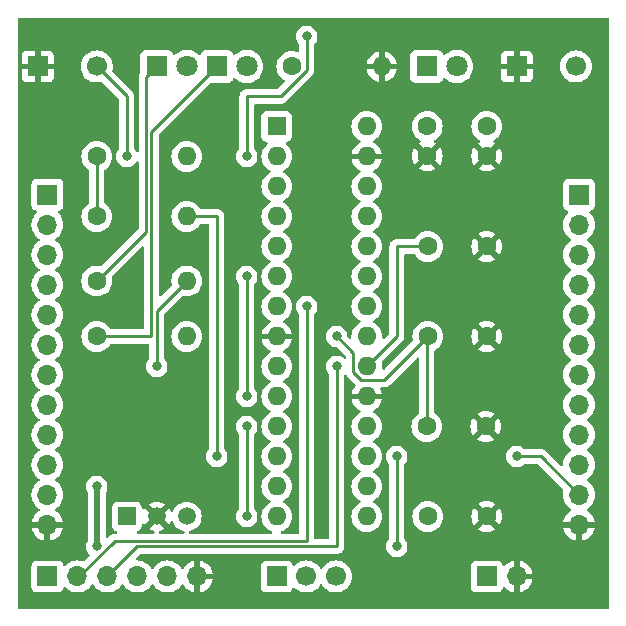
<source format=gbr>
%TF.GenerationSoftware,KiCad,Pcbnew,7.0.1-3b83917a11~172~ubuntu22.04.1*%
%TF.CreationDate,2023-04-12T17:14:37-05:00*%
%TF.ProjectId,Project,50726f6a-6563-4742-9e6b-696361645f70,rev?*%
%TF.SameCoordinates,Original*%
%TF.FileFunction,Copper,L2,Bot*%
%TF.FilePolarity,Positive*%
%FSLAX46Y46*%
G04 Gerber Fmt 4.6, Leading zero omitted, Abs format (unit mm)*
G04 Created by KiCad (PCBNEW 7.0.1-3b83917a11~172~ubuntu22.04.1) date 2023-04-12 17:14:37*
%MOMM*%
%LPD*%
G01*
G04 APERTURE LIST*
%TA.AperFunction,ComponentPad*%
%ADD10R,1.600000X1.600000*%
%TD*%
%TA.AperFunction,ComponentPad*%
%ADD11O,1.600000X1.600000*%
%TD*%
%TA.AperFunction,ComponentPad*%
%ADD12R,1.500000X1.500000*%
%TD*%
%TA.AperFunction,ComponentPad*%
%ADD13C,1.500000*%
%TD*%
%TA.AperFunction,ComponentPad*%
%ADD14R,1.700000X1.700000*%
%TD*%
%TA.AperFunction,ComponentPad*%
%ADD15C,1.700000*%
%TD*%
%TA.AperFunction,ComponentPad*%
%ADD16C,1.600000*%
%TD*%
%TA.AperFunction,ComponentPad*%
%ADD17O,1.700000X1.700000*%
%TD*%
%TA.AperFunction,ComponentPad*%
%ADD18R,1.800000X1.800000*%
%TD*%
%TA.AperFunction,ComponentPad*%
%ADD19C,1.800000*%
%TD*%
%TA.AperFunction,ViaPad*%
%ADD20C,0.800000*%
%TD*%
%TA.AperFunction,Conductor*%
%ADD21C,0.250000*%
%TD*%
%TA.AperFunction,Conductor*%
%ADD22C,0.500000*%
%TD*%
%TA.AperFunction,Profile*%
%ADD23C,0.100000*%
%TD*%
G04 APERTURE END LIST*
D10*
%TO.P,U2,1,MCLR*%
%TO.N,/MCLR*%
X121920000Y-109220000D03*
D11*
%TO.P,U2,2,A0*%
%TO.N,/A0*%
X121920000Y-111760000D03*
%TO.P,U2,3,A1*%
%TO.N,/A1*%
X121920000Y-114300000D03*
%TO.P,U2,4,B0*%
%TO.N,/B0*%
X121920000Y-116840000D03*
%TO.P,U2,5,B1*%
%TO.N,/B1*%
X121920000Y-119380000D03*
%TO.P,U2,6,B2*%
%TO.N,/B2*%
X121920000Y-121920000D03*
%TO.P,U2,7,B3*%
%TO.N,/U1TX*%
X121920000Y-124460000D03*
%TO.P,U2,8,Vss*%
%TO.N,GND*%
X121920000Y-127000000D03*
%TO.P,U2,9,A2*%
%TO.N,/U1RX*%
X121920000Y-129540000D03*
%TO.P,U2,10,A3*%
%TO.N,/A3*%
X121920000Y-132080000D03*
%TO.P,U2,11,B4*%
%TO.N,/GREEN*%
X121920000Y-134620000D03*
%TO.P,U2,12,A4*%
%TO.N,/USER*%
X121920000Y-137160000D03*
%TO.P,U2,13,Vdd*%
%TO.N,+3.3V*%
X121920000Y-139700000D03*
%TO.P,U2,14,B5*%
%TO.N,/YELLOW*%
X121920000Y-142240000D03*
%TO.P,U2,15,B6*%
%TO.N,/B6*%
X129540000Y-142240000D03*
%TO.P,U2,16,B7*%
%TO.N,/B7*%
X129540000Y-139700000D03*
%TO.P,U2,17,B8*%
%TO.N,/B8*%
X129540000Y-137160000D03*
%TO.P,U2,18,B9*%
%TO.N,/B9*%
X129540000Y-134620000D03*
%TO.P,U2,19,Vss*%
%TO.N,GND*%
X129540000Y-132080000D03*
%TO.P,U2,20,Vcap*%
%TO.N,Net-(U2-Vcap)*%
X129540000Y-129540000D03*
%TO.P,U2,21,B10*%
%TO.N,/B10*%
X129540000Y-127000000D03*
%TO.P,U2,22,B11*%
%TO.N,/B11*%
X129540000Y-124460000D03*
%TO.P,U2,23,B12*%
%TO.N,/B12*%
X129540000Y-121920000D03*
%TO.P,U2,24,B13*%
%TO.N,/B13*%
X129540000Y-119380000D03*
%TO.P,U2,25,B14*%
%TO.N,/B14*%
X129540000Y-116840000D03*
%TO.P,U2,26,B15*%
%TO.N,/B15*%
X129540000Y-114300000D03*
%TO.P,U2,27,AVss*%
%TO.N,GND*%
X129540000Y-111760000D03*
%TO.P,U2,28,AVdd*%
%TO.N,+3.3V*%
X129540000Y-109220000D03*
%TD*%
D12*
%TO.P,U1,1,VO*%
%TO.N,+3.3V*%
X109220000Y-142240000D03*
D13*
%TO.P,U1,2,GND*%
%TO.N,GND*%
X111760000Y-142240000D03*
%TO.P,U1,3,VI*%
%TO.N,/Vin*%
X114300000Y-142240000D03*
%TD*%
D14*
%TO.P,SW3,1,1*%
%TO.N,GND*%
X101680000Y-104140000D03*
D15*
%TO.P,SW3,2,2*%
%TO.N,/MCLR*%
X106680000Y-104140000D03*
%TD*%
D14*
%TO.P,SW2,1,1*%
%TO.N,GND*%
X142240000Y-104140000D03*
D15*
%TO.P,SW2,2,2*%
%TO.N,/USER*%
X147240000Y-104140000D03*
%TD*%
D14*
%TO.P,SW1,1,A*%
%TO.N,+5V*%
X121920000Y-147320000D03*
D15*
%TO.P,SW1,2,B*%
%TO.N,/Vin*%
X124420000Y-147320000D03*
%TO.P,SW1,3,C*%
%TO.N,Net-(J1-5V)*%
X126920000Y-147320000D03*
%TD*%
D16*
%TO.P,R5,1*%
%TO.N,Net-(D3-K)*%
X123190000Y-104140000D03*
D11*
%TO.P,R5,2*%
%TO.N,GND*%
X130810000Y-104140000D03*
%TD*%
D16*
%TO.P,R4,1*%
%TO.N,Net-(D2-K)*%
X106680000Y-127000000D03*
D11*
%TO.P,R4,2*%
%TO.N,/YELLOW*%
X114300000Y-127000000D03*
%TD*%
D16*
%TO.P,R3,1*%
%TO.N,Net-(D1-K)*%
X106680000Y-122300000D03*
D11*
%TO.P,R3,2*%
%TO.N,/GREEN*%
X114300000Y-122300000D03*
%TD*%
D16*
%TO.P,R2,1*%
%TO.N,+3.3V*%
X106680000Y-116840000D03*
D11*
%TO.P,R2,2*%
%TO.N,/USER*%
X114300000Y-116840000D03*
%TD*%
D16*
%TO.P,R1,1*%
%TO.N,+3.3V*%
X106680000Y-111760000D03*
D11*
%TO.P,R1,2*%
%TO.N,/MCLR*%
X114300000Y-111760000D03*
%TD*%
D14*
%TO.P,J4,1,1*%
%TO.N,/B15*%
X147500000Y-115000000D03*
D17*
%TO.P,J4,2,2*%
%TO.N,/B14*%
X147500000Y-117540000D03*
%TO.P,J4,3,3*%
%TO.N,/B13*%
X147500000Y-120080000D03*
%TO.P,J4,4,4*%
%TO.N,/B12*%
X147500000Y-122620000D03*
%TO.P,J4,5,5*%
%TO.N,/B11*%
X147500000Y-125160000D03*
%TO.P,J4,6,6*%
%TO.N,/B10*%
X147500000Y-127700000D03*
%TO.P,J4,7,7*%
%TO.N,/B9*%
X147500000Y-130240000D03*
%TO.P,J4,8,8*%
%TO.N,/B8*%
X147500000Y-132780000D03*
%TO.P,J4,9,9*%
%TO.N,/B7*%
X147500000Y-135320000D03*
%TO.P,J4,10,10*%
%TO.N,/Vin*%
X147500000Y-137860000D03*
%TO.P,J4,11,11*%
%TO.N,+3.3V*%
X147500000Y-140400000D03*
%TO.P,J4,12,12*%
%TO.N,GND*%
X147500000Y-142940000D03*
%TD*%
D14*
%TO.P,J3,1,1*%
%TO.N,/A0*%
X102500000Y-115000000D03*
D17*
%TO.P,J3,2,2*%
%TO.N,/A1*%
X102500000Y-117540000D03*
%TO.P,J3,3,3*%
%TO.N,/B0*%
X102500000Y-120080000D03*
%TO.P,J3,4,4*%
%TO.N,/B1*%
X102500000Y-122620000D03*
%TO.P,J3,5,5*%
%TO.N,/B2*%
X102500000Y-125160000D03*
%TO.P,J3,6,6*%
%TO.N,/A3*%
X102500000Y-127700000D03*
%TO.P,J3,7,7*%
%TO.N,/GREEN*%
X102500000Y-130240000D03*
%TO.P,J3,8,8*%
%TO.N,/YELLOW*%
X102500000Y-132780000D03*
%TO.P,J3,9,9*%
%TO.N,/B6*%
X102500000Y-135320000D03*
%TO.P,J3,10,10*%
%TO.N,/Vin*%
X102500000Y-137860000D03*
%TO.P,J3,11,11*%
%TO.N,+3.3V*%
X102500000Y-140400000D03*
%TO.P,J3,12,12*%
%TO.N,GND*%
X102500000Y-142940000D03*
%TD*%
D14*
%TO.P,J2,1,1*%
%TO.N,unconnected-(J2-Pad1)*%
X102500000Y-147320000D03*
D17*
%TO.P,J2,2,2*%
%TO.N,/U1TX*%
X105040000Y-147320000D03*
%TO.P,J2,3,3*%
%TO.N,/U1RX*%
X107580000Y-147320000D03*
%TO.P,J2,4,4*%
%TO.N,+5V*%
X110120000Y-147320000D03*
%TO.P,J2,5,5*%
%TO.N,unconnected-(J2-Pad5)*%
X112660000Y-147320000D03*
%TO.P,J2,6,6*%
%TO.N,GND*%
X115200000Y-147320000D03*
%TD*%
D14*
%TO.P,J1,1,5V*%
%TO.N,Net-(J1-5V)*%
X139700000Y-147320000D03*
D17*
%TO.P,J1,2,GND*%
%TO.N,GND*%
X142240000Y-147320000D03*
%TD*%
D18*
%TO.P,D3,1,K*%
%TO.N,Net-(D3-K)*%
X134620000Y-104140000D03*
D19*
%TO.P,D3,2,A*%
%TO.N,+3.3V*%
X137160000Y-104140000D03*
%TD*%
D18*
%TO.P,D2,1,K*%
%TO.N,Net-(D2-K)*%
X116840000Y-104140000D03*
D19*
%TO.P,D2,2,A*%
%TO.N,+3.3V*%
X119380000Y-104140000D03*
%TD*%
D18*
%TO.P,D1,1,K*%
%TO.N,Net-(D1-K)*%
X111760000Y-104140000D03*
D19*
%TO.P,D1,2,A*%
%TO.N,+3.3V*%
X114300000Y-104140000D03*
%TD*%
D16*
%TO.P,C6,1*%
%TO.N,+3.3V*%
X134620000Y-134620000D03*
%TO.P,C6,2*%
%TO.N,GND*%
X139620000Y-134620000D03*
%TD*%
%TO.P,C5,1*%
%TO.N,+3.3V*%
X134700000Y-127000000D03*
%TO.P,C5,2*%
%TO.N,GND*%
X139700000Y-127000000D03*
%TD*%
%TO.P,C4,1*%
%TO.N,Net-(U2-Vcap)*%
X134700000Y-119380000D03*
%TO.P,C4,2*%
%TO.N,GND*%
X139700000Y-119380000D03*
%TD*%
%TO.P,C3,1*%
%TO.N,+3.3V*%
X139700000Y-109220000D03*
%TO.P,C3,2*%
%TO.N,GND*%
X139700000Y-111720000D03*
%TD*%
%TO.P,C2,1*%
%TO.N,+3.3V*%
X134660000Y-109220000D03*
%TO.P,C2,2*%
%TO.N,GND*%
X134660000Y-111720000D03*
%TD*%
%TO.P,C1,1*%
%TO.N,/Vin*%
X134700000Y-142240000D03*
%TO.P,C1,2*%
%TO.N,GND*%
X139700000Y-142240000D03*
%TD*%
D20*
%TO.N,/MCLR*%
X109220000Y-111760000D03*
%TO.N,+3.3V*%
X127000000Y-127000000D03*
X142240000Y-137160000D03*
X132080000Y-137160000D03*
X132080000Y-144780000D03*
%TO.N,/U1TX*%
X124460000Y-124460000D03*
%TO.N,/U1RX*%
X127000000Y-129540000D03*
%TO.N,/GREEN*%
X111760000Y-129540000D03*
X119380000Y-121920000D03*
X119380000Y-132080000D03*
%TO.N,/USER*%
X116840000Y-137160000D03*
%TO.N,/YELLOW*%
X119380000Y-134620000D03*
X119380000Y-142240000D03*
%TO.N,/USER*%
X124460000Y-101600000D03*
X119380000Y-111760000D03*
%TO.N,/Vin*%
X106680000Y-139700000D03*
X106680000Y-144780000D03*
%TD*%
D21*
%TO.N,/MCLR*%
X109220000Y-111760000D02*
X109220000Y-106680000D01*
X109220000Y-106680000D02*
X106680000Y-104140000D01*
%TO.N,+3.3V*%
X128415000Y-128415000D02*
X127000000Y-127000000D01*
X128415000Y-130005991D02*
X128415000Y-128415000D01*
X129074009Y-130665000D02*
X128415000Y-130005991D01*
X131035000Y-130665000D02*
X129074009Y-130665000D01*
X134700000Y-127000000D02*
X131035000Y-130665000D01*
X144260000Y-137160000D02*
X142240000Y-137160000D01*
X147500000Y-140400000D02*
X144260000Y-137160000D01*
X132080000Y-144780000D02*
X132080000Y-137160000D01*
%TO.N,/U1TX*%
X108205000Y-144330000D02*
X124460000Y-144330000D01*
X105215000Y-147320000D02*
X108205000Y-144330000D01*
X105040000Y-147320000D02*
X105215000Y-147320000D01*
X124460000Y-144330000D02*
X124460000Y-124460000D01*
%TO.N,/U1RX*%
X127000000Y-144780000D02*
X127000000Y-129540000D01*
X107580000Y-147320000D02*
X110120000Y-144780000D01*
X110120000Y-144780000D02*
X127000000Y-144780000D01*
%TO.N,Net-(D1-K)*%
X106680000Y-122300000D02*
X110860000Y-118120000D01*
X110860000Y-118120000D02*
X110860000Y-105040000D01*
X110860000Y-105040000D02*
X111760000Y-104140000D01*
%TO.N,Net-(D2-K)*%
X106680000Y-127000000D02*
X111310000Y-127000000D01*
X111310000Y-127000000D02*
X111310000Y-109670000D01*
X111310000Y-109670000D02*
X116840000Y-104140000D01*
%TO.N,/GREEN*%
X111760000Y-129540000D02*
X111760000Y-124840000D01*
X111760000Y-124840000D02*
X114300000Y-122300000D01*
X119380000Y-132080000D02*
X119380000Y-121920000D01*
%TO.N,+3.3V*%
X106680000Y-116840000D02*
X106680000Y-111760000D01*
%TO.N,/USER*%
X116840000Y-116840000D02*
X114300000Y-116840000D01*
X116840000Y-137160000D02*
X116840000Y-116840000D01*
%TO.N,/YELLOW*%
X119380000Y-135279009D02*
X119380000Y-134620000D01*
X119380000Y-137160000D02*
X119380000Y-135279009D01*
X119380000Y-142240000D02*
X119380000Y-137160000D01*
%TO.N,/USER*%
X119380000Y-106680000D02*
X119380000Y-111760000D01*
X124460000Y-101600000D02*
X124460000Y-104460991D01*
X122240991Y-106680000D02*
X119380000Y-106680000D01*
X124460000Y-104460991D02*
X122240991Y-106680000D01*
%TO.N,Net-(U2-Vcap)*%
X132080000Y-127000000D02*
X132080000Y-119380000D01*
X129540000Y-129540000D02*
X132080000Y-127000000D01*
X132080000Y-119380000D02*
X134700000Y-119380000D01*
%TO.N,+3.3V*%
X134620000Y-134620000D02*
X134620000Y-127000000D01*
D22*
%TO.N,/Vin*%
X106680000Y-144780000D02*
X106680000Y-139700000D01*
%TD*%
%TA.AperFunction,Conductor*%
%TO.N,GND*%
G36*
X149937500Y-100017113D02*
G01*
X149982887Y-100062500D01*
X149999500Y-100124500D01*
X149999500Y-149875500D01*
X149982887Y-149937500D01*
X149937500Y-149982887D01*
X149875500Y-149999500D01*
X100124500Y-149999500D01*
X100062500Y-149982887D01*
X100017113Y-149937500D01*
X100000500Y-149875500D01*
X100000500Y-148217869D01*
X101149500Y-148217869D01*
X101155909Y-148277484D01*
X101168056Y-148310051D01*
X101206204Y-148412331D01*
X101292454Y-148527546D01*
X101407669Y-148613796D01*
X101542517Y-148664091D01*
X101602127Y-148670500D01*
X103397872Y-148670499D01*
X103457483Y-148664091D01*
X103592331Y-148613796D01*
X103707546Y-148527546D01*
X103793796Y-148412331D01*
X103842810Y-148280916D01*
X103877789Y-148230537D01*
X103932634Y-148203084D01*
X103993927Y-148205273D01*
X104046673Y-148236569D01*
X104168599Y-148358495D01*
X104362170Y-148494035D01*
X104576337Y-148593903D01*
X104788070Y-148650636D01*
X104804592Y-148655063D01*
X105039999Y-148675659D01*
X105039999Y-148675658D01*
X105040000Y-148675659D01*
X105275408Y-148655063D01*
X105503663Y-148593903D01*
X105717830Y-148494035D01*
X105911401Y-148358495D01*
X106078495Y-148191401D01*
X106208428Y-148005837D01*
X106252742Y-147966975D01*
X106309999Y-147952964D01*
X106367255Y-147966974D01*
X106411573Y-148005839D01*
X106541505Y-148191401D01*
X106708599Y-148358495D01*
X106902170Y-148494035D01*
X107116337Y-148593903D01*
X107328070Y-148650636D01*
X107344592Y-148655063D01*
X107579999Y-148675659D01*
X107579999Y-148675658D01*
X107580000Y-148675659D01*
X107815408Y-148655063D01*
X108043663Y-148593903D01*
X108257830Y-148494035D01*
X108451401Y-148358495D01*
X108618495Y-148191401D01*
X108748428Y-148005837D01*
X108792742Y-147966975D01*
X108849999Y-147952964D01*
X108907255Y-147966974D01*
X108951573Y-148005839D01*
X109081505Y-148191401D01*
X109248599Y-148358495D01*
X109442170Y-148494035D01*
X109656337Y-148593903D01*
X109868070Y-148650636D01*
X109884592Y-148655063D01*
X110119999Y-148675659D01*
X110119999Y-148675658D01*
X110120000Y-148675659D01*
X110355408Y-148655063D01*
X110583663Y-148593903D01*
X110797830Y-148494035D01*
X110991401Y-148358495D01*
X111158495Y-148191401D01*
X111288428Y-148005837D01*
X111332742Y-147966975D01*
X111389999Y-147952964D01*
X111447255Y-147966974D01*
X111491573Y-148005839D01*
X111621505Y-148191401D01*
X111788599Y-148358495D01*
X111982170Y-148494035D01*
X112196337Y-148593903D01*
X112408070Y-148650636D01*
X112424592Y-148655063D01*
X112659999Y-148675659D01*
X112659999Y-148675658D01*
X112660000Y-148675659D01*
X112895408Y-148655063D01*
X113123663Y-148593903D01*
X113337830Y-148494035D01*
X113531401Y-148358495D01*
X113698495Y-148191401D01*
X113828732Y-148005402D01*
X113873048Y-147966539D01*
X113930305Y-147952528D01*
X113987562Y-147966539D01*
X114031880Y-148005404D01*
X114161893Y-148191081D01*
X114328918Y-148358106D01*
X114522423Y-148493600D01*
X114736507Y-148593430D01*
X114949999Y-148650635D01*
X114950000Y-148650636D01*
X114950000Y-147570000D01*
X115450000Y-147570000D01*
X115450000Y-148650635D01*
X115663492Y-148593430D01*
X115877576Y-148493600D01*
X116071081Y-148358106D01*
X116211318Y-148217869D01*
X120569500Y-148217869D01*
X120575909Y-148277484D01*
X120588056Y-148310051D01*
X120626204Y-148412331D01*
X120712454Y-148527546D01*
X120827669Y-148613796D01*
X120962517Y-148664091D01*
X121022127Y-148670500D01*
X122817872Y-148670499D01*
X122877483Y-148664091D01*
X123012331Y-148613796D01*
X123127546Y-148527546D01*
X123213796Y-148412331D01*
X123251943Y-148310051D01*
X123286923Y-148259671D01*
X123341768Y-148232218D01*
X123403061Y-148234407D01*
X123455807Y-148265703D01*
X123548599Y-148358495D01*
X123742170Y-148494035D01*
X123956337Y-148593903D01*
X124168070Y-148650636D01*
X124184592Y-148655063D01*
X124419999Y-148675659D01*
X124419999Y-148675658D01*
X124420000Y-148675659D01*
X124655408Y-148655063D01*
X124883663Y-148593903D01*
X125097830Y-148494035D01*
X125291401Y-148358495D01*
X125458495Y-148191401D01*
X125568428Y-148034400D01*
X125612742Y-147995538D01*
X125669998Y-147981527D01*
X125727255Y-147995537D01*
X125771573Y-148034402D01*
X125881505Y-148191401D01*
X126048599Y-148358495D01*
X126242170Y-148494035D01*
X126456337Y-148593903D01*
X126668070Y-148650636D01*
X126684592Y-148655063D01*
X126919999Y-148675659D01*
X126919999Y-148675658D01*
X126920000Y-148675659D01*
X127155408Y-148655063D01*
X127383663Y-148593903D01*
X127597830Y-148494035D01*
X127791401Y-148358495D01*
X127932027Y-148217869D01*
X138349500Y-148217869D01*
X138355909Y-148277484D01*
X138368056Y-148310051D01*
X138406204Y-148412331D01*
X138492454Y-148527546D01*
X138607669Y-148613796D01*
X138742517Y-148664091D01*
X138802127Y-148670500D01*
X140597872Y-148670499D01*
X140657483Y-148664091D01*
X140792331Y-148613796D01*
X140907546Y-148527546D01*
X140993796Y-148412331D01*
X141043003Y-148280398D01*
X141077981Y-148230021D01*
X141132826Y-148202568D01*
X141194119Y-148204757D01*
X141246865Y-148236053D01*
X141368918Y-148358106D01*
X141562423Y-148493600D01*
X141776507Y-148593430D01*
X141989999Y-148650635D01*
X141990000Y-148650636D01*
X141990000Y-147570000D01*
X142490000Y-147570000D01*
X142490000Y-148650635D01*
X142703492Y-148593430D01*
X142917576Y-148493600D01*
X143111081Y-148358106D01*
X143278106Y-148191081D01*
X143413600Y-147997576D01*
X143513430Y-147783492D01*
X143570636Y-147570000D01*
X142490000Y-147570000D01*
X141990000Y-147570000D01*
X141990000Y-145989364D01*
X142490000Y-145989364D01*
X142490000Y-147070000D01*
X143570636Y-147070000D01*
X143570635Y-147069999D01*
X143513430Y-146856507D01*
X143413599Y-146642421D01*
X143278109Y-146448921D01*
X143111081Y-146281893D01*
X142917576Y-146146399D01*
X142703492Y-146046569D01*
X142490000Y-145989364D01*
X141990000Y-145989364D01*
X141989999Y-145989364D01*
X141776507Y-146046569D01*
X141562421Y-146146400D01*
X141368924Y-146281888D01*
X141246865Y-146403947D01*
X141194118Y-146435242D01*
X141132825Y-146437431D01*
X141077981Y-146409978D01*
X141043002Y-146359598D01*
X141042810Y-146359082D01*
X140993796Y-146227669D01*
X140907546Y-146112454D01*
X140792331Y-146026204D01*
X140657483Y-145975909D01*
X140597873Y-145969500D01*
X140597869Y-145969500D01*
X138802130Y-145969500D01*
X138742515Y-145975909D01*
X138607669Y-146026204D01*
X138492454Y-146112454D01*
X138406204Y-146227668D01*
X138356997Y-146359598D01*
X138355909Y-146362517D01*
X138351043Y-146407782D01*
X138349500Y-146422130D01*
X138349500Y-148217869D01*
X127932027Y-148217869D01*
X127958495Y-148191401D01*
X128094035Y-147997830D01*
X128193903Y-147783663D01*
X128255063Y-147555408D01*
X128275659Y-147320000D01*
X128255063Y-147084592D01*
X128193903Y-146856337D01*
X128094035Y-146642171D01*
X127958495Y-146448599D01*
X127791401Y-146281505D01*
X127597830Y-146145965D01*
X127383663Y-146046097D01*
X127322502Y-146029709D01*
X127155407Y-145984936D01*
X126920000Y-145964340D01*
X126684592Y-145984936D01*
X126456336Y-146046097D01*
X126242170Y-146145965D01*
X126048598Y-146281505D01*
X125881505Y-146448598D01*
X125771575Y-146605596D01*
X125727257Y-146644462D01*
X125670000Y-146658473D01*
X125612743Y-146644462D01*
X125568425Y-146605596D01*
X125458494Y-146448598D01*
X125291404Y-146281508D01*
X125291401Y-146281505D01*
X125097830Y-146145965D01*
X124883663Y-146046097D01*
X124822502Y-146029709D01*
X124655407Y-145984936D01*
X124420000Y-145964340D01*
X124184592Y-145984936D01*
X123956336Y-146046097D01*
X123742170Y-146145965D01*
X123548601Y-146281503D01*
X123455806Y-146374298D01*
X123403059Y-146405593D01*
X123341766Y-146407782D01*
X123286922Y-146380328D01*
X123251945Y-146329951D01*
X123213796Y-146227669D01*
X123127546Y-146112454D01*
X123012331Y-146026204D01*
X122877483Y-145975909D01*
X122817873Y-145969500D01*
X122817869Y-145969500D01*
X121022130Y-145969500D01*
X120962515Y-145975909D01*
X120827669Y-146026204D01*
X120712454Y-146112454D01*
X120626204Y-146227668D01*
X120576997Y-146359598D01*
X120575909Y-146362517D01*
X120571043Y-146407782D01*
X120569500Y-146422130D01*
X120569500Y-148217869D01*
X116211318Y-148217869D01*
X116238106Y-148191081D01*
X116373600Y-147997576D01*
X116473430Y-147783492D01*
X116530636Y-147570000D01*
X115450000Y-147570000D01*
X114950000Y-147570000D01*
X114950000Y-145989364D01*
X115450000Y-145989364D01*
X115450000Y-147070000D01*
X116530636Y-147070000D01*
X116530635Y-147069999D01*
X116473430Y-146856507D01*
X116373599Y-146642421D01*
X116238109Y-146448921D01*
X116071081Y-146281893D01*
X115877576Y-146146399D01*
X115663492Y-146046569D01*
X115450000Y-145989364D01*
X114950000Y-145989364D01*
X114949999Y-145989364D01*
X114736507Y-146046569D01*
X114522421Y-146146400D01*
X114328921Y-146281890D01*
X114161893Y-146448918D01*
X114031880Y-146634596D01*
X113987562Y-146673461D01*
X113930305Y-146687472D01*
X113873048Y-146673461D01*
X113828730Y-146634595D01*
X113828425Y-146634159D01*
X113698495Y-146448599D01*
X113531401Y-146281505D01*
X113337830Y-146145965D01*
X113123663Y-146046097D01*
X113062502Y-146029709D01*
X112895407Y-145984936D01*
X112660000Y-145964340D01*
X112424592Y-145984936D01*
X112196336Y-146046097D01*
X111982170Y-146145965D01*
X111788598Y-146281505D01*
X111621505Y-146448598D01*
X111491575Y-146634159D01*
X111447257Y-146673025D01*
X111390000Y-146687036D01*
X111332743Y-146673025D01*
X111288425Y-146634159D01*
X111158494Y-146448598D01*
X110991404Y-146281508D01*
X110991401Y-146281505D01*
X110797830Y-146145965D01*
X110583663Y-146046097D01*
X110522502Y-146029709D01*
X110355407Y-145984936D01*
X110109270Y-145963401D01*
X110044591Y-145938248D01*
X110003556Y-145882283D01*
X109999017Y-145813034D01*
X110032394Y-145752196D01*
X110342774Y-145441816D01*
X110383000Y-145414939D01*
X110430453Y-145405500D01*
X126929151Y-145405500D01*
X126952385Y-145407696D01*
X126960412Y-145409227D01*
X127015759Y-145405745D01*
X127023545Y-145405500D01*
X127039351Y-145405500D01*
X127043582Y-145404965D01*
X127055036Y-145403517D01*
X127062738Y-145402788D01*
X127118138Y-145399304D01*
X127125902Y-145396781D01*
X127148676Y-145391689D01*
X127156792Y-145390664D01*
X127208396Y-145370231D01*
X127215671Y-145367612D01*
X127268441Y-145350467D01*
X127275337Y-145346090D01*
X127296132Y-145335494D01*
X127303732Y-145332486D01*
X127348624Y-145299869D01*
X127355026Y-145295517D01*
X127401877Y-145265786D01*
X127407461Y-145259838D01*
X127424979Y-145244394D01*
X127431587Y-145239594D01*
X127431588Y-145239591D01*
X127431590Y-145239591D01*
X127466938Y-145196861D01*
X127472080Y-145191027D01*
X127510062Y-145150582D01*
X127513999Y-145143418D01*
X127527119Y-145124114D01*
X127532324Y-145117823D01*
X127555942Y-145067630D01*
X127559467Y-145060711D01*
X127586197Y-145012092D01*
X127588228Y-145004177D01*
X127596132Y-144982223D01*
X127599614Y-144974826D01*
X127610010Y-144920325D01*
X127611698Y-144912768D01*
X127625500Y-144859019D01*
X127625500Y-144850849D01*
X127627696Y-144827615D01*
X127629227Y-144819587D01*
X127626736Y-144780000D01*
X131174540Y-144780000D01*
X131194326Y-144968257D01*
X131252820Y-145148284D01*
X131347466Y-145312216D01*
X131474129Y-145452889D01*
X131627269Y-145564151D01*
X131800197Y-145641144D01*
X131985352Y-145680500D01*
X131985354Y-145680500D01*
X132174646Y-145680500D01*
X132174648Y-145680500D01*
X132298083Y-145654262D01*
X132359803Y-145641144D01*
X132532730Y-145564151D01*
X132555619Y-145547521D01*
X132685870Y-145452889D01*
X132695839Y-145441818D01*
X132812533Y-145312216D01*
X132907179Y-145148284D01*
X132965674Y-144968256D01*
X132985460Y-144780000D01*
X132965674Y-144591744D01*
X132907179Y-144411716D01*
X132907179Y-144411715D01*
X132812535Y-144247786D01*
X132781600Y-144213430D01*
X132737347Y-144164282D01*
X132713736Y-144125751D01*
X132705500Y-144081313D01*
X132705500Y-142239999D01*
X133394531Y-142239999D01*
X133414364Y-142466689D01*
X133473261Y-142686497D01*
X133569432Y-142892735D01*
X133699953Y-143079140D01*
X133860859Y-143240046D01*
X134047264Y-143370567D01*
X134047265Y-143370567D01*
X134047266Y-143370568D01*
X134253504Y-143466739D01*
X134473308Y-143525635D01*
X134700000Y-143545468D01*
X134926692Y-143525635D01*
X135146496Y-143466739D01*
X135352734Y-143370568D01*
X135426344Y-143319026D01*
X138974526Y-143319026D01*
X139047515Y-143370133D01*
X139253673Y-143466266D01*
X139473397Y-143525141D01*
X139700000Y-143544966D01*
X139926602Y-143525141D01*
X140146326Y-143466266D01*
X140352480Y-143370134D01*
X140425472Y-143319025D01*
X140296447Y-143190000D01*
X146169364Y-143190000D01*
X146226569Y-143403492D01*
X146326399Y-143617576D01*
X146461893Y-143811081D01*
X146628918Y-143978106D01*
X146822423Y-144113600D01*
X147036507Y-144213430D01*
X147249999Y-144270635D01*
X147250000Y-144270636D01*
X147250000Y-143190000D01*
X147750000Y-143190000D01*
X147750000Y-144270635D01*
X147963492Y-144213430D01*
X148177576Y-144113600D01*
X148371081Y-143978106D01*
X148538106Y-143811081D01*
X148673600Y-143617576D01*
X148773430Y-143403492D01*
X148830636Y-143190000D01*
X147750000Y-143190000D01*
X147250000Y-143190000D01*
X146169364Y-143190000D01*
X140296447Y-143190000D01*
X139700001Y-142593553D01*
X139700000Y-142593553D01*
X138974526Y-143319025D01*
X138974526Y-143319026D01*
X135426344Y-143319026D01*
X135539139Y-143240047D01*
X135700047Y-143079139D01*
X135830568Y-142892734D01*
X135926739Y-142686496D01*
X135985635Y-142466692D01*
X136005468Y-142240000D01*
X138395033Y-142240000D01*
X138414858Y-142466602D01*
X138473733Y-142686326D01*
X138569866Y-142892484D01*
X138620972Y-142965471D01*
X138620974Y-142965472D01*
X139346446Y-142240001D01*
X140053553Y-142240001D01*
X140779025Y-142965472D01*
X140830134Y-142892480D01*
X140926266Y-142686326D01*
X140985141Y-142466602D01*
X141004966Y-142239999D01*
X140985141Y-142013397D01*
X140926266Y-141793673D01*
X140830133Y-141587515D01*
X140779025Y-141514526D01*
X140053553Y-142240000D01*
X140053553Y-142240001D01*
X139346446Y-142240001D01*
X139346446Y-142239999D01*
X138620973Y-141514526D01*
X138620973Y-141514527D01*
X138569865Y-141587516D01*
X138473733Y-141793672D01*
X138414858Y-142013397D01*
X138395033Y-142240000D01*
X136005468Y-142240000D01*
X135985635Y-142013308D01*
X135926739Y-141793504D01*
X135830568Y-141587266D01*
X135829507Y-141585751D01*
X135700046Y-141400859D01*
X135539140Y-141239953D01*
X135426344Y-141160973D01*
X138974526Y-141160973D01*
X139700000Y-141886446D01*
X139700001Y-141886446D01*
X140425472Y-141160974D01*
X140425471Y-141160972D01*
X140352484Y-141109866D01*
X140146326Y-141013733D01*
X139926602Y-140954858D01*
X139700000Y-140935033D01*
X139473397Y-140954858D01*
X139253672Y-141013733D01*
X139047516Y-141109865D01*
X138974527Y-141160973D01*
X138974526Y-141160973D01*
X135426344Y-141160973D01*
X135352735Y-141109432D01*
X135146497Y-141013261D01*
X134926689Y-140954364D01*
X134700000Y-140934531D01*
X134473310Y-140954364D01*
X134253502Y-141013261D01*
X134047264Y-141109432D01*
X133860859Y-141239953D01*
X133699953Y-141400859D01*
X133569432Y-141587264D01*
X133473261Y-141793502D01*
X133414364Y-142013310D01*
X133394531Y-142239999D01*
X132705500Y-142239999D01*
X132705500Y-137858687D01*
X132713736Y-137814249D01*
X132737347Y-137775717D01*
X132812533Y-137692216D01*
X132907179Y-137528284D01*
X132965674Y-137348256D01*
X132985460Y-137160000D01*
X132985460Y-137159999D01*
X141334540Y-137159999D01*
X141354326Y-137348257D01*
X141412820Y-137528284D01*
X141507466Y-137692216D01*
X141634129Y-137832889D01*
X141787269Y-137944151D01*
X141960197Y-138021144D01*
X142145352Y-138060500D01*
X142145354Y-138060500D01*
X142334646Y-138060500D01*
X142334648Y-138060500D01*
X142458083Y-138034262D01*
X142519803Y-138021144D01*
X142692730Y-137944151D01*
X142845871Y-137832888D01*
X142851598Y-137826526D01*
X142893312Y-137796220D01*
X142943747Y-137785500D01*
X143949548Y-137785500D01*
X143997001Y-137794939D01*
X144037229Y-137821819D01*
X146159761Y-139944352D01*
X146191855Y-139999939D01*
X146191855Y-140064125D01*
X146164936Y-140164591D01*
X146144340Y-140400000D01*
X146164936Y-140635407D01*
X146209709Y-140802502D01*
X146226097Y-140863663D01*
X146325965Y-141077830D01*
X146461505Y-141271401D01*
X146628599Y-141438495D01*
X146814597Y-141568732D01*
X146853460Y-141613048D01*
X146867471Y-141670305D01*
X146853461Y-141727561D01*
X146814595Y-141771880D01*
X146628919Y-141901892D01*
X146461890Y-142068921D01*
X146326400Y-142262421D01*
X146226569Y-142476507D01*
X146169364Y-142689999D01*
X146169364Y-142690000D01*
X148830636Y-142690000D01*
X148830635Y-142689999D01*
X148773430Y-142476507D01*
X148673599Y-142262421D01*
X148538109Y-142068921D01*
X148371081Y-141901893D01*
X148185404Y-141771880D01*
X148146539Y-141727562D01*
X148132528Y-141670305D01*
X148146539Y-141613048D01*
X148185402Y-141568732D01*
X148371401Y-141438495D01*
X148538495Y-141271401D01*
X148674035Y-141077830D01*
X148773903Y-140863663D01*
X148835063Y-140635408D01*
X148855659Y-140400000D01*
X148835063Y-140164592D01*
X148773903Y-139936337D01*
X148674035Y-139722171D01*
X148538495Y-139528599D01*
X148371401Y-139361505D01*
X148185839Y-139231573D01*
X148146975Y-139187257D01*
X148132964Y-139130000D01*
X148146975Y-139072743D01*
X148185839Y-139028426D01*
X148371401Y-138898495D01*
X148538495Y-138731401D01*
X148674035Y-138537830D01*
X148773903Y-138323663D01*
X148835063Y-138095408D01*
X148855659Y-137860000D01*
X148835063Y-137624592D01*
X148773903Y-137396337D01*
X148674035Y-137182171D01*
X148538495Y-136988599D01*
X148371401Y-136821505D01*
X148185839Y-136691573D01*
X148146974Y-136647255D01*
X148132964Y-136589999D01*
X148146975Y-136532742D01*
X148185837Y-136488428D01*
X148371401Y-136358495D01*
X148538495Y-136191401D01*
X148674035Y-135997830D01*
X148773903Y-135783663D01*
X148835063Y-135555408D01*
X148855659Y-135320000D01*
X148835063Y-135084592D01*
X148773903Y-134856337D01*
X148674035Y-134642171D01*
X148538495Y-134448599D01*
X148371401Y-134281505D01*
X148185839Y-134151573D01*
X148146976Y-134107257D01*
X148132965Y-134050000D01*
X148146976Y-133992743D01*
X148185839Y-133948426D01*
X148371401Y-133818495D01*
X148538495Y-133651401D01*
X148674035Y-133457830D01*
X148773903Y-133243663D01*
X148835063Y-133015408D01*
X148855659Y-132780000D01*
X148851501Y-132732480D01*
X148835063Y-132544592D01*
X148773903Y-132316337D01*
X148674035Y-132102171D01*
X148538495Y-131908599D01*
X148371401Y-131741505D01*
X148185839Y-131611573D01*
X148146975Y-131567257D01*
X148132964Y-131510000D01*
X148146975Y-131452743D01*
X148185839Y-131408426D01*
X148371401Y-131278495D01*
X148538495Y-131111401D01*
X148674035Y-130917830D01*
X148773903Y-130703663D01*
X148835063Y-130475408D01*
X148855659Y-130240000D01*
X148835063Y-130004592D01*
X148773903Y-129776337D01*
X148674035Y-129562171D01*
X148538495Y-129368599D01*
X148371401Y-129201505D01*
X148185839Y-129071573D01*
X148146974Y-129027255D01*
X148132964Y-128969999D01*
X148146975Y-128912742D01*
X148185837Y-128868428D01*
X148371401Y-128738495D01*
X148538495Y-128571401D01*
X148674035Y-128377830D01*
X148773903Y-128163663D01*
X148835063Y-127935408D01*
X148855659Y-127700000D01*
X148835063Y-127464592D01*
X148773903Y-127236337D01*
X148674035Y-127022171D01*
X148538495Y-126828599D01*
X148371401Y-126661505D01*
X148185839Y-126531573D01*
X148146975Y-126487257D01*
X148132964Y-126430000D01*
X148146975Y-126372743D01*
X148185839Y-126328426D01*
X148371401Y-126198495D01*
X148538495Y-126031401D01*
X148674035Y-125837830D01*
X148773903Y-125623663D01*
X148835063Y-125395408D01*
X148855659Y-125160000D01*
X148835063Y-124924592D01*
X148773903Y-124696337D01*
X148674035Y-124482171D01*
X148538495Y-124288599D01*
X148371401Y-124121505D01*
X148185839Y-123991573D01*
X148146975Y-123947257D01*
X148132964Y-123890000D01*
X148146975Y-123832743D01*
X148185839Y-123788426D01*
X148371401Y-123658495D01*
X148538495Y-123491401D01*
X148674035Y-123297830D01*
X148773903Y-123083663D01*
X148835063Y-122855408D01*
X148855659Y-122620000D01*
X148835063Y-122384592D01*
X148773903Y-122156337D01*
X148674035Y-121942171D01*
X148538495Y-121748599D01*
X148371401Y-121581505D01*
X148185839Y-121451573D01*
X148146975Y-121407257D01*
X148132964Y-121350000D01*
X148146975Y-121292743D01*
X148185839Y-121248426D01*
X148371401Y-121118495D01*
X148538495Y-120951401D01*
X148674035Y-120757830D01*
X148773903Y-120543663D01*
X148835063Y-120315408D01*
X148855659Y-120080000D01*
X148851501Y-120032480D01*
X148835063Y-119844592D01*
X148835062Y-119844591D01*
X148773903Y-119616337D01*
X148674035Y-119402171D01*
X148538495Y-119208599D01*
X148371401Y-119041505D01*
X148185839Y-118911573D01*
X148146974Y-118867255D01*
X148132964Y-118809999D01*
X148146975Y-118752742D01*
X148185837Y-118708428D01*
X148371401Y-118578495D01*
X148538495Y-118411401D01*
X148674035Y-118217830D01*
X148773903Y-118003663D01*
X148835063Y-117775408D01*
X148855659Y-117540000D01*
X148835063Y-117304592D01*
X148773903Y-117076337D01*
X148674035Y-116862171D01*
X148538495Y-116668599D01*
X148416569Y-116546673D01*
X148385273Y-116493927D01*
X148383084Y-116432634D01*
X148410537Y-116377789D01*
X148460916Y-116342810D01*
X148592331Y-116293796D01*
X148707546Y-116207546D01*
X148793796Y-116092331D01*
X148844091Y-115957483D01*
X148850500Y-115897873D01*
X148850499Y-114102128D01*
X148844091Y-114042517D01*
X148793796Y-113907669D01*
X148707546Y-113792454D01*
X148592331Y-113706204D01*
X148457483Y-113655909D01*
X148397873Y-113649500D01*
X148397869Y-113649500D01*
X146602130Y-113649500D01*
X146542515Y-113655909D01*
X146407669Y-113706204D01*
X146292454Y-113792454D01*
X146206204Y-113907668D01*
X146155909Y-114042515D01*
X146155909Y-114042517D01*
X146152599Y-114073308D01*
X146149500Y-114102130D01*
X146149500Y-115897869D01*
X146155909Y-115957483D01*
X146206204Y-116092331D01*
X146292454Y-116207546D01*
X146407669Y-116293796D01*
X146504571Y-116329938D01*
X146539082Y-116342810D01*
X146589462Y-116377789D01*
X146616915Y-116432634D01*
X146614726Y-116493926D01*
X146583431Y-116546673D01*
X146461503Y-116668601D01*
X146325965Y-116862170D01*
X146226097Y-117076336D01*
X146164936Y-117304592D01*
X146144340Y-117540000D01*
X146164936Y-117775407D01*
X146187847Y-117860910D01*
X146226097Y-118003663D01*
X146325965Y-118217830D01*
X146461505Y-118411401D01*
X146628599Y-118578495D01*
X146814160Y-118708426D01*
X146853024Y-118752743D01*
X146867035Y-118810000D01*
X146853024Y-118867257D01*
X146814159Y-118911575D01*
X146628595Y-119041508D01*
X146461505Y-119208598D01*
X146325965Y-119402170D01*
X146226097Y-119616336D01*
X146164936Y-119844592D01*
X146144340Y-120079999D01*
X146164936Y-120315407D01*
X146203419Y-120459026D01*
X146226097Y-120543663D01*
X146325965Y-120757830D01*
X146461505Y-120951401D01*
X146628599Y-121118495D01*
X146814160Y-121248426D01*
X146853024Y-121292743D01*
X146867035Y-121350000D01*
X146853024Y-121407257D01*
X146814159Y-121451575D01*
X146628595Y-121581508D01*
X146461505Y-121748598D01*
X146325965Y-121942170D01*
X146226097Y-122156336D01*
X146164936Y-122384592D01*
X146144340Y-122620000D01*
X146164936Y-122855407D01*
X146191015Y-122952734D01*
X146226097Y-123083663D01*
X146325965Y-123297830D01*
X146461505Y-123491401D01*
X146628599Y-123658495D01*
X146814160Y-123788426D01*
X146853024Y-123832743D01*
X146867035Y-123890000D01*
X146853024Y-123947257D01*
X146814159Y-123991575D01*
X146628595Y-124121508D01*
X146461505Y-124288598D01*
X146325965Y-124482170D01*
X146226097Y-124696336D01*
X146164936Y-124924592D01*
X146144340Y-125160000D01*
X146164936Y-125395407D01*
X146209709Y-125562502D01*
X146226097Y-125623663D01*
X146325965Y-125837830D01*
X146461505Y-126031401D01*
X146628599Y-126198495D01*
X146814160Y-126328426D01*
X146853024Y-126372743D01*
X146867035Y-126430000D01*
X146853024Y-126487257D01*
X146814159Y-126531575D01*
X146628595Y-126661508D01*
X146461505Y-126828598D01*
X146325965Y-127022170D01*
X146226097Y-127236336D01*
X146164936Y-127464592D01*
X146144340Y-127700000D01*
X146164936Y-127935407D01*
X146203419Y-128079026D01*
X146226097Y-128163663D01*
X146325965Y-128377830D01*
X146461505Y-128571401D01*
X146628599Y-128738495D01*
X146814160Y-128868426D01*
X146853024Y-128912743D01*
X146867035Y-128970000D01*
X146853024Y-129027257D01*
X146814160Y-129071574D01*
X146764347Y-129106454D01*
X146628595Y-129201508D01*
X146461505Y-129368598D01*
X146325965Y-129562170D01*
X146226097Y-129776336D01*
X146164936Y-130004592D01*
X146144340Y-130240000D01*
X146164936Y-130475407D01*
X146209709Y-130642502D01*
X146226097Y-130703663D01*
X146325965Y-130917830D01*
X146461505Y-131111401D01*
X146628599Y-131278495D01*
X146814160Y-131408426D01*
X146853024Y-131452743D01*
X146867035Y-131510000D01*
X146853024Y-131567257D01*
X146814159Y-131611575D01*
X146628595Y-131741508D01*
X146461505Y-131908598D01*
X146325965Y-132102170D01*
X146226097Y-132316336D01*
X146164936Y-132544592D01*
X146144340Y-132779999D01*
X146164936Y-133015407D01*
X146209709Y-133182501D01*
X146226097Y-133243663D01*
X146325965Y-133457830D01*
X146461505Y-133651401D01*
X146628599Y-133818495D01*
X146814160Y-133948426D01*
X146853024Y-133992743D01*
X146867035Y-134050000D01*
X146853024Y-134107257D01*
X146814159Y-134151575D01*
X146628595Y-134281508D01*
X146461505Y-134448598D01*
X146325965Y-134642170D01*
X146226097Y-134856336D01*
X146164936Y-135084592D01*
X146144340Y-135320000D01*
X146164936Y-135555407D01*
X146203419Y-135699026D01*
X146226097Y-135783663D01*
X146325965Y-135997830D01*
X146461505Y-136191401D01*
X146628599Y-136358495D01*
X146814160Y-136488426D01*
X146853024Y-136532743D01*
X146867035Y-136590000D01*
X146853024Y-136647257D01*
X146814159Y-136691575D01*
X146628595Y-136821508D01*
X146461505Y-136988598D01*
X146325965Y-137182170D01*
X146226097Y-137396336D01*
X146164936Y-137624592D01*
X146143401Y-137870728D01*
X146118249Y-137935407D01*
X146062283Y-137976442D01*
X145993034Y-137980981D01*
X145932192Y-137947601D01*
X144760802Y-136776211D01*
X144747906Y-136760113D01*
X144696775Y-136712098D01*
X144693978Y-136709387D01*
X144674470Y-136689879D01*
X144671290Y-136687412D01*
X144662424Y-136679839D01*
X144630582Y-136649938D01*
X144613024Y-136640285D01*
X144596764Y-136629604D01*
X144580936Y-136617327D01*
X144540851Y-136599980D01*
X144530361Y-136594841D01*
X144492091Y-136573802D01*
X144472691Y-136568821D01*
X144454284Y-136562519D01*
X144435897Y-136554562D01*
X144392758Y-136547729D01*
X144381324Y-136545361D01*
X144339019Y-136534500D01*
X144318984Y-136534500D01*
X144299586Y-136532973D01*
X144292162Y-136531797D01*
X144279805Y-136529840D01*
X144279804Y-136529840D01*
X144249094Y-136532743D01*
X144236325Y-136533950D01*
X144224656Y-136534500D01*
X142943747Y-136534500D01*
X142893312Y-136523780D01*
X142851598Y-136493473D01*
X142845871Y-136487112D01*
X142692730Y-136375849D01*
X142692729Y-136375848D01*
X142692727Y-136375847D01*
X142519802Y-136298855D01*
X142334648Y-136259500D01*
X142334646Y-136259500D01*
X142145354Y-136259500D01*
X142145352Y-136259500D01*
X141960197Y-136298855D01*
X141787269Y-136375848D01*
X141634129Y-136487110D01*
X141507466Y-136627783D01*
X141412820Y-136791715D01*
X141354326Y-136971742D01*
X141334540Y-137159999D01*
X132985460Y-137159999D01*
X132965674Y-136971744D01*
X132907179Y-136791716D01*
X132907179Y-136791715D01*
X132812533Y-136627783D01*
X132685870Y-136487110D01*
X132532730Y-136375848D01*
X132359802Y-136298855D01*
X132174648Y-136259500D01*
X132174646Y-136259500D01*
X131985354Y-136259500D01*
X131985352Y-136259500D01*
X131800197Y-136298855D01*
X131627269Y-136375848D01*
X131474129Y-136487110D01*
X131347466Y-136627783D01*
X131252820Y-136791715D01*
X131194326Y-136971742D01*
X131174540Y-137159999D01*
X131194326Y-137348257D01*
X131252820Y-137528284D01*
X131347464Y-137692213D01*
X131347467Y-137692216D01*
X131422652Y-137775717D01*
X131446264Y-137814249D01*
X131454500Y-137858687D01*
X131454500Y-144081313D01*
X131446264Y-144125751D01*
X131422652Y-144164282D01*
X131389545Y-144201051D01*
X131347464Y-144247786D01*
X131252820Y-144411715D01*
X131194326Y-144591742D01*
X131174540Y-144780000D01*
X127626736Y-144780000D01*
X127625745Y-144764241D01*
X127625500Y-144756455D01*
X127625500Y-142239999D01*
X128234531Y-142239999D01*
X128254364Y-142466689D01*
X128313261Y-142686497D01*
X128409432Y-142892735D01*
X128539953Y-143079140D01*
X128700859Y-143240046D01*
X128887264Y-143370567D01*
X128887265Y-143370567D01*
X128887266Y-143370568D01*
X129093504Y-143466739D01*
X129313308Y-143525635D01*
X129540000Y-143545468D01*
X129766692Y-143525635D01*
X129986496Y-143466739D01*
X130192734Y-143370568D01*
X130379139Y-143240047D01*
X130540047Y-143079139D01*
X130670568Y-142892734D01*
X130766739Y-142686496D01*
X130825635Y-142466692D01*
X130845468Y-142240000D01*
X130825635Y-142013308D01*
X130766739Y-141793504D01*
X130670568Y-141587266D01*
X130669507Y-141585751D01*
X130540046Y-141400859D01*
X130379140Y-141239953D01*
X130192733Y-141109431D01*
X130134725Y-141082382D01*
X130082549Y-141036625D01*
X130063129Y-140970000D01*
X130082549Y-140903375D01*
X130134725Y-140857618D01*
X130192734Y-140830568D01*
X130379139Y-140700047D01*
X130540047Y-140539139D01*
X130670568Y-140352734D01*
X130766739Y-140146496D01*
X130825635Y-139926692D01*
X130845468Y-139700000D01*
X130825635Y-139473308D01*
X130766739Y-139253504D01*
X130670568Y-139047266D01*
X130656456Y-139027112D01*
X130540046Y-138860859D01*
X130379140Y-138699953D01*
X130192733Y-138569431D01*
X130134725Y-138542382D01*
X130082549Y-138496625D01*
X130063129Y-138430000D01*
X130082549Y-138363375D01*
X130134725Y-138317618D01*
X130192734Y-138290568D01*
X130379139Y-138160047D01*
X130540047Y-137999139D01*
X130670568Y-137812734D01*
X130766739Y-137606496D01*
X130825635Y-137386692D01*
X130845468Y-137160000D01*
X130825635Y-136933308D01*
X130766739Y-136713504D01*
X130670568Y-136507266D01*
X130669507Y-136505751D01*
X130540046Y-136320859D01*
X130379140Y-136159953D01*
X130192733Y-136029431D01*
X130134725Y-136002382D01*
X130082549Y-135956625D01*
X130063129Y-135890000D01*
X130082549Y-135823375D01*
X130134725Y-135777618D01*
X130192734Y-135750568D01*
X130379139Y-135620047D01*
X130540047Y-135459139D01*
X130670568Y-135272734D01*
X130766739Y-135066496D01*
X130825635Y-134846692D01*
X130845468Y-134620000D01*
X130825635Y-134393308D01*
X130766739Y-134173504D01*
X130670568Y-133967266D01*
X130656456Y-133947112D01*
X130540046Y-133780859D01*
X130379140Y-133619953D01*
X130192736Y-133489433D01*
X130165499Y-133476732D01*
X130134132Y-133462105D01*
X130081958Y-133416348D01*
X130062539Y-133349723D01*
X130081959Y-133283098D01*
X130134135Y-133237342D01*
X130192479Y-133210135D01*
X130378819Y-133079658D01*
X130539658Y-132918819D01*
X130670134Y-132732480D01*
X130766266Y-132526326D01*
X130818872Y-132330000D01*
X128261128Y-132330000D01*
X128313733Y-132526326D01*
X128409865Y-132732480D01*
X128540341Y-132918819D01*
X128701180Y-133079658D01*
X128887519Y-133210134D01*
X128945865Y-133237342D01*
X128998040Y-133283099D01*
X129017460Y-133349723D01*
X128998041Y-133416348D01*
X128945866Y-133462105D01*
X128887267Y-133489430D01*
X128700859Y-133619953D01*
X128539953Y-133780859D01*
X128409432Y-133967264D01*
X128313261Y-134173502D01*
X128254364Y-134393310D01*
X128234531Y-134619999D01*
X128254364Y-134846689D01*
X128313261Y-135066497D01*
X128409432Y-135272735D01*
X128539953Y-135459140D01*
X128700859Y-135620046D01*
X128886645Y-135750133D01*
X128887266Y-135750568D01*
X128945275Y-135777618D01*
X128997450Y-135823375D01*
X129016869Y-135890000D01*
X128997450Y-135956625D01*
X128945275Y-136002382D01*
X128887263Y-136029433D01*
X128700859Y-136159953D01*
X128539953Y-136320859D01*
X128409432Y-136507264D01*
X128313261Y-136713502D01*
X128254364Y-136933310D01*
X128234531Y-137159999D01*
X128254364Y-137386689D01*
X128313261Y-137606497D01*
X128409432Y-137812735D01*
X128539953Y-137999140D01*
X128700859Y-138160046D01*
X128774251Y-138211435D01*
X128887266Y-138290568D01*
X128945275Y-138317618D01*
X128997450Y-138363375D01*
X129016869Y-138430000D01*
X128997450Y-138496625D01*
X128945275Y-138542382D01*
X128887263Y-138569433D01*
X128700859Y-138699953D01*
X128539953Y-138860859D01*
X128409432Y-139047264D01*
X128313261Y-139253502D01*
X128254364Y-139473310D01*
X128234531Y-139699999D01*
X128254364Y-139926689D01*
X128313261Y-140146497D01*
X128409432Y-140352735D01*
X128539953Y-140539140D01*
X128700859Y-140700046D01*
X128887263Y-140830566D01*
X128887266Y-140830568D01*
X128945275Y-140857618D01*
X128997450Y-140903375D01*
X129016869Y-140970000D01*
X128997450Y-141036625D01*
X128945275Y-141082382D01*
X128887263Y-141109433D01*
X128700859Y-141239953D01*
X128539953Y-141400859D01*
X128409432Y-141587264D01*
X128313261Y-141793502D01*
X128254364Y-142013310D01*
X128234531Y-142239999D01*
X127625500Y-142239999D01*
X127625500Y-130361124D01*
X127643977Y-130296003D01*
X127693900Y-130250288D01*
X127760393Y-130237603D01*
X127823640Y-130261729D01*
X127851622Y-130298275D01*
X127853307Y-130297051D01*
X127888180Y-130345050D01*
X127894593Y-130354813D01*
X127916826Y-130392407D01*
X127916829Y-130392410D01*
X127916830Y-130392411D01*
X127930995Y-130406576D01*
X127943627Y-130421366D01*
X127955406Y-130437578D01*
X127989058Y-130465417D01*
X127997698Y-130473279D01*
X128565290Y-131040872D01*
X128597383Y-131096457D01*
X128597383Y-131160643D01*
X128565291Y-131216231D01*
X128540339Y-131241183D01*
X128409865Y-131427519D01*
X128313733Y-131633673D01*
X128261128Y-131829999D01*
X128261128Y-131830000D01*
X130818872Y-131830000D01*
X130818871Y-131829999D01*
X130766265Y-131633671D01*
X130688501Y-131466904D01*
X130677149Y-131406390D01*
X130696303Y-131347875D01*
X130741240Y-131305786D01*
X130800883Y-131290500D01*
X130952256Y-131290500D01*
X130972762Y-131292764D01*
X130975665Y-131292672D01*
X130975667Y-131292673D01*
X131042872Y-131290561D01*
X131046768Y-131290500D01*
X131074349Y-131290500D01*
X131074350Y-131290500D01*
X131078319Y-131289998D01*
X131089965Y-131289080D01*
X131133627Y-131287709D01*
X131152859Y-131282120D01*
X131171918Y-131278174D01*
X131178196Y-131277381D01*
X131191792Y-131275664D01*
X131232407Y-131259582D01*
X131243444Y-131255803D01*
X131285390Y-131243618D01*
X131302629Y-131233422D01*
X131320102Y-131224862D01*
X131338732Y-131217486D01*
X131374064Y-131191814D01*
X131383830Y-131185400D01*
X131421418Y-131163171D01*
X131421417Y-131163171D01*
X131421420Y-131163170D01*
X131435585Y-131149004D01*
X131450373Y-131136373D01*
X131466587Y-131124594D01*
X131494438Y-131090926D01*
X131502279Y-131082309D01*
X133782818Y-128801771D01*
X133832182Y-128771521D01*
X133889898Y-128766979D01*
X133943385Y-128789134D01*
X133980985Y-128833157D01*
X133994500Y-128889452D01*
X133994500Y-133405812D01*
X133980489Y-133463069D01*
X133941623Y-133507387D01*
X133780859Y-133619953D01*
X133619953Y-133780859D01*
X133489432Y-133967264D01*
X133393261Y-134173502D01*
X133334364Y-134393310D01*
X133314531Y-134619999D01*
X133334364Y-134846689D01*
X133393261Y-135066497D01*
X133489432Y-135272735D01*
X133619953Y-135459140D01*
X133780859Y-135620046D01*
X133967264Y-135750567D01*
X133967265Y-135750567D01*
X133967266Y-135750568D01*
X134173504Y-135846739D01*
X134393308Y-135905635D01*
X134620000Y-135925468D01*
X134846692Y-135905635D01*
X135066496Y-135846739D01*
X135272734Y-135750568D01*
X135346344Y-135699026D01*
X138894526Y-135699026D01*
X138967515Y-135750133D01*
X139173673Y-135846266D01*
X139393397Y-135905141D01*
X139620000Y-135924966D01*
X139846602Y-135905141D01*
X140066326Y-135846266D01*
X140272480Y-135750134D01*
X140345472Y-135699025D01*
X139620001Y-134973553D01*
X139620000Y-134973553D01*
X138894526Y-135699025D01*
X138894526Y-135699026D01*
X135346344Y-135699026D01*
X135459139Y-135620047D01*
X135620047Y-135459139D01*
X135750568Y-135272734D01*
X135846739Y-135066496D01*
X135905635Y-134846692D01*
X135925468Y-134620000D01*
X138315033Y-134620000D01*
X138334858Y-134846602D01*
X138393733Y-135066326D01*
X138489866Y-135272484D01*
X138540972Y-135345471D01*
X138540973Y-135345472D01*
X139266445Y-134620000D01*
X139973553Y-134620000D01*
X140699025Y-135345472D01*
X140750134Y-135272480D01*
X140846266Y-135066326D01*
X140905141Y-134846602D01*
X140924966Y-134619999D01*
X140905141Y-134393397D01*
X140846266Y-134173673D01*
X140750133Y-133967515D01*
X140699025Y-133894526D01*
X139973553Y-134619998D01*
X139973553Y-134620000D01*
X139266445Y-134620000D01*
X139266446Y-134619999D01*
X139266446Y-134619998D01*
X138540973Y-133894527D01*
X138489865Y-133967516D01*
X138393733Y-134173672D01*
X138334858Y-134393397D01*
X138315033Y-134620000D01*
X135925468Y-134620000D01*
X135905635Y-134393308D01*
X135846739Y-134173504D01*
X135750568Y-133967266D01*
X135736456Y-133947112D01*
X135620046Y-133780859D01*
X135459140Y-133619953D01*
X135346343Y-133540973D01*
X138894526Y-133540973D01*
X139619998Y-134266446D01*
X139619999Y-134266446D01*
X140345472Y-133540973D01*
X140345471Y-133540972D01*
X140272484Y-133489866D01*
X140066326Y-133393733D01*
X139846602Y-133334858D01*
X139620000Y-133315033D01*
X139393397Y-133334858D01*
X139173672Y-133393733D01*
X138967516Y-133489865D01*
X138894526Y-133540973D01*
X135346343Y-133540973D01*
X135298377Y-133507387D01*
X135259511Y-133463069D01*
X135245500Y-133405812D01*
X135245500Y-128259569D01*
X135264919Y-128192944D01*
X135317094Y-128147187D01*
X135352734Y-128130568D01*
X135426344Y-128079026D01*
X138974526Y-128079026D01*
X139047515Y-128130133D01*
X139253673Y-128226266D01*
X139473397Y-128285141D01*
X139700000Y-128304966D01*
X139926602Y-128285141D01*
X140146326Y-128226266D01*
X140352480Y-128130134D01*
X140425472Y-128079025D01*
X139700001Y-127353553D01*
X139700000Y-127353553D01*
X138974526Y-128079025D01*
X138974526Y-128079026D01*
X135426344Y-128079026D01*
X135539139Y-128000047D01*
X135700047Y-127839139D01*
X135830568Y-127652734D01*
X135926739Y-127446496D01*
X135985635Y-127226692D01*
X136005468Y-127000000D01*
X138395033Y-127000000D01*
X138414858Y-127226602D01*
X138473733Y-127446326D01*
X138569866Y-127652484D01*
X138620972Y-127725471D01*
X138620974Y-127725472D01*
X139346446Y-127000001D01*
X140053553Y-127000001D01*
X140779025Y-127725472D01*
X140830134Y-127652480D01*
X140926266Y-127446326D01*
X140985141Y-127226602D01*
X141004966Y-126999999D01*
X140985141Y-126773397D01*
X140926266Y-126553673D01*
X140830133Y-126347515D01*
X140779025Y-126274526D01*
X140053553Y-127000000D01*
X140053553Y-127000001D01*
X139346446Y-127000001D01*
X139346446Y-126999999D01*
X138620973Y-126274526D01*
X138620973Y-126274527D01*
X138569865Y-126347516D01*
X138473733Y-126553672D01*
X138414858Y-126773397D01*
X138395033Y-127000000D01*
X136005468Y-127000000D01*
X135985635Y-126773308D01*
X135926739Y-126553504D01*
X135830568Y-126347266D01*
X135816456Y-126327112D01*
X135700046Y-126160859D01*
X135539140Y-125999953D01*
X135426344Y-125920973D01*
X138974526Y-125920973D01*
X139700000Y-126646446D01*
X139700001Y-126646446D01*
X140425472Y-125920974D01*
X140425471Y-125920972D01*
X140352484Y-125869866D01*
X140146326Y-125773733D01*
X139926602Y-125714858D01*
X139700000Y-125695033D01*
X139473397Y-125714858D01*
X139253672Y-125773733D01*
X139047516Y-125869865D01*
X138974527Y-125920973D01*
X138974526Y-125920973D01*
X135426344Y-125920973D01*
X135352735Y-125869432D01*
X135146497Y-125773261D01*
X134926689Y-125714364D01*
X134700000Y-125694531D01*
X134473310Y-125714364D01*
X134253502Y-125773261D01*
X134047264Y-125869432D01*
X133860859Y-125999953D01*
X133699953Y-126160859D01*
X133569432Y-126347264D01*
X133473261Y-126553502D01*
X133414364Y-126773310D01*
X133394531Y-126999999D01*
X133414364Y-127226690D01*
X133432680Y-127295047D01*
X133432680Y-127359234D01*
X133400586Y-127414821D01*
X131045148Y-129770259D01*
X130993721Y-129801160D01*
X130933806Y-129804300D01*
X130879431Y-129778944D01*
X130843324Y-129731028D01*
X130833939Y-129671772D01*
X130845468Y-129540000D01*
X130825635Y-129313308D01*
X130807319Y-129244951D01*
X130807319Y-129180763D01*
X130839411Y-129125178D01*
X132463789Y-127500800D01*
X132479885Y-127487906D01*
X132481873Y-127485787D01*
X132481877Y-127485786D01*
X132527948Y-127436723D01*
X132530566Y-127434023D01*
X132550120Y-127414471D01*
X132552581Y-127411298D01*
X132560156Y-127402427D01*
X132590062Y-127370582D01*
X132599717Y-127353018D01*
X132610394Y-127336764D01*
X132622673Y-127320936D01*
X132640018Y-127280852D01*
X132645160Y-127270356D01*
X132666197Y-127232092D01*
X132671179Y-127212684D01*
X132677481Y-127194280D01*
X132685437Y-127175896D01*
X132692269Y-127132752D01*
X132694633Y-127121338D01*
X132705500Y-127079019D01*
X132705500Y-127058984D01*
X132707027Y-127039585D01*
X132707068Y-127039321D01*
X132710160Y-127019804D01*
X132706050Y-126976325D01*
X132705500Y-126964656D01*
X132705500Y-120129500D01*
X132722113Y-120067500D01*
X132767500Y-120022113D01*
X132829500Y-120005500D01*
X133485812Y-120005500D01*
X133543069Y-120019511D01*
X133587387Y-120058377D01*
X133699953Y-120219140D01*
X133860859Y-120380046D01*
X134047264Y-120510567D01*
X134047265Y-120510567D01*
X134047266Y-120510568D01*
X134253504Y-120606739D01*
X134473308Y-120665635D01*
X134700000Y-120685468D01*
X134926692Y-120665635D01*
X135146496Y-120606739D01*
X135352734Y-120510568D01*
X135426344Y-120459026D01*
X138974526Y-120459026D01*
X139047515Y-120510133D01*
X139253673Y-120606266D01*
X139473397Y-120665141D01*
X139700000Y-120684966D01*
X139926602Y-120665141D01*
X140146326Y-120606266D01*
X140352480Y-120510134D01*
X140425472Y-120459025D01*
X139700001Y-119733553D01*
X139700000Y-119733553D01*
X138974526Y-120459025D01*
X138974526Y-120459026D01*
X135426344Y-120459026D01*
X135539139Y-120380047D01*
X135700047Y-120219139D01*
X135830568Y-120032734D01*
X135926739Y-119826496D01*
X135985635Y-119606692D01*
X136005468Y-119380000D01*
X138395033Y-119380000D01*
X138414858Y-119606602D01*
X138473733Y-119826326D01*
X138569866Y-120032484D01*
X138620972Y-120105471D01*
X138620974Y-120105472D01*
X139346446Y-119380001D01*
X140053553Y-119380001D01*
X140779025Y-120105472D01*
X140830134Y-120032480D01*
X140926266Y-119826326D01*
X140985141Y-119606602D01*
X141004966Y-119379999D01*
X140985141Y-119153397D01*
X140926266Y-118933673D01*
X140830133Y-118727515D01*
X140779025Y-118654526D01*
X140053553Y-119380000D01*
X140053553Y-119380001D01*
X139346446Y-119380001D01*
X139346446Y-119379999D01*
X138620973Y-118654526D01*
X138620973Y-118654527D01*
X138569865Y-118727516D01*
X138473733Y-118933672D01*
X138414858Y-119153397D01*
X138395033Y-119380000D01*
X136005468Y-119380000D01*
X135985635Y-119153308D01*
X135926739Y-118933504D01*
X135830568Y-118727266D01*
X135779635Y-118654526D01*
X135700046Y-118540859D01*
X135539140Y-118379953D01*
X135426344Y-118300973D01*
X138974526Y-118300973D01*
X139700000Y-119026446D01*
X139700001Y-119026446D01*
X140425472Y-118300974D01*
X140425471Y-118300972D01*
X140352484Y-118249866D01*
X140146326Y-118153733D01*
X139926602Y-118094858D01*
X139700000Y-118075033D01*
X139473397Y-118094858D01*
X139253672Y-118153733D01*
X139047516Y-118249865D01*
X138974527Y-118300973D01*
X138974526Y-118300973D01*
X135426344Y-118300973D01*
X135352735Y-118249432D01*
X135146497Y-118153261D01*
X134926689Y-118094364D01*
X134700000Y-118074531D01*
X134473310Y-118094364D01*
X134253502Y-118153261D01*
X134047264Y-118249432D01*
X133860859Y-118379953D01*
X133699953Y-118540859D01*
X133587387Y-118701623D01*
X133543069Y-118740489D01*
X133485812Y-118754500D01*
X132150849Y-118754500D01*
X132127615Y-118752304D01*
X132119587Y-118750772D01*
X132064241Y-118754255D01*
X132056455Y-118754500D01*
X132040650Y-118754500D01*
X132024957Y-118756481D01*
X132017215Y-118757212D01*
X131961862Y-118760695D01*
X131954085Y-118763222D01*
X131931322Y-118768310D01*
X131923210Y-118769335D01*
X131871619Y-118789760D01*
X131864296Y-118792396D01*
X131811559Y-118809532D01*
X131804656Y-118813913D01*
X131783876Y-118824501D01*
X131776268Y-118827513D01*
X131731389Y-118860119D01*
X131724952Y-118864494D01*
X131678120Y-118894215D01*
X131672528Y-118900171D01*
X131655031Y-118915597D01*
X131648412Y-118920406D01*
X131613053Y-118963146D01*
X131607905Y-118968986D01*
X131569938Y-119009417D01*
X131565997Y-119016586D01*
X131552886Y-119035878D01*
X131547675Y-119042176D01*
X131524060Y-119092360D01*
X131520526Y-119099296D01*
X131493802Y-119147908D01*
X131491770Y-119155823D01*
X131483868Y-119177774D01*
X131480385Y-119185174D01*
X131469993Y-119239650D01*
X131468295Y-119247247D01*
X131454500Y-119300980D01*
X131454500Y-119309151D01*
X131452304Y-119332385D01*
X131450772Y-119340412D01*
X131454255Y-119395759D01*
X131454500Y-119403545D01*
X131454500Y-126689547D01*
X131445061Y-126737000D01*
X131418181Y-126777228D01*
X131052819Y-127142589D01*
X131001392Y-127173490D01*
X130941477Y-127176630D01*
X130887102Y-127151274D01*
X130850995Y-127103358D01*
X130841610Y-127044100D01*
X130845468Y-126999999D01*
X130828998Y-126811744D01*
X130825635Y-126773308D01*
X130766739Y-126553504D01*
X130670568Y-126347266D01*
X130656456Y-126327112D01*
X130540046Y-126160859D01*
X130379140Y-125999953D01*
X130192733Y-125869431D01*
X130134725Y-125842382D01*
X130082549Y-125796625D01*
X130063129Y-125730000D01*
X130082549Y-125663375D01*
X130134725Y-125617618D01*
X130192734Y-125590568D01*
X130379139Y-125460047D01*
X130540047Y-125299139D01*
X130670568Y-125112734D01*
X130766739Y-124906496D01*
X130825635Y-124686692D01*
X130845468Y-124460000D01*
X130825635Y-124233308D01*
X130766739Y-124013504D01*
X130670568Y-123807266D01*
X130656456Y-123787112D01*
X130540046Y-123620859D01*
X130379140Y-123459953D01*
X130192732Y-123329430D01*
X130134724Y-123302380D01*
X130082549Y-123256623D01*
X130063130Y-123189997D01*
X130082550Y-123123373D01*
X130134721Y-123077619D01*
X130192734Y-123050568D01*
X130379139Y-122920047D01*
X130540047Y-122759139D01*
X130670568Y-122572734D01*
X130766739Y-122366496D01*
X130825635Y-122146692D01*
X130845468Y-121920000D01*
X130825635Y-121693308D01*
X130766739Y-121473504D01*
X130670568Y-121267266D01*
X130656456Y-121247112D01*
X130540046Y-121080859D01*
X130379140Y-120919953D01*
X130192733Y-120789431D01*
X130134725Y-120762382D01*
X130082549Y-120716625D01*
X130063129Y-120650000D01*
X130082549Y-120583375D01*
X130134725Y-120537618D01*
X130192734Y-120510568D01*
X130379139Y-120380047D01*
X130540047Y-120219139D01*
X130670568Y-120032734D01*
X130766739Y-119826496D01*
X130825635Y-119606692D01*
X130845468Y-119380000D01*
X130825635Y-119153308D01*
X130766739Y-118933504D01*
X130670568Y-118727266D01*
X130619635Y-118654526D01*
X130540046Y-118540859D01*
X130379140Y-118379953D01*
X130192733Y-118249431D01*
X130134725Y-118222382D01*
X130082549Y-118176625D01*
X130063129Y-118110000D01*
X130082549Y-118043375D01*
X130134725Y-117997618D01*
X130192734Y-117970568D01*
X130379139Y-117840047D01*
X130540047Y-117679139D01*
X130670568Y-117492734D01*
X130766739Y-117286496D01*
X130825635Y-117066692D01*
X130845468Y-116840000D01*
X130825635Y-116613308D01*
X130766739Y-116393504D01*
X130670568Y-116187266D01*
X130604094Y-116092331D01*
X130540046Y-116000859D01*
X130379140Y-115839953D01*
X130192732Y-115709430D01*
X130134724Y-115682380D01*
X130082549Y-115636623D01*
X130063130Y-115569997D01*
X130082550Y-115503373D01*
X130134721Y-115457619D01*
X130192734Y-115430568D01*
X130379139Y-115300047D01*
X130540047Y-115139139D01*
X130670568Y-114952734D01*
X130766739Y-114746496D01*
X130825635Y-114526692D01*
X130845468Y-114300000D01*
X130825635Y-114073308D01*
X130766739Y-113853504D01*
X130670568Y-113647266D01*
X130540047Y-113460861D01*
X130540046Y-113460859D01*
X130379140Y-113299953D01*
X130192736Y-113169433D01*
X130134723Y-113142381D01*
X130134132Y-113142105D01*
X130081958Y-113096348D01*
X130062539Y-113029723D01*
X130081959Y-112963098D01*
X130134135Y-112917342D01*
X130192479Y-112890135D01*
X130322596Y-112799026D01*
X133934526Y-112799026D01*
X134007515Y-112850133D01*
X134213673Y-112946266D01*
X134433397Y-113005141D01*
X134660000Y-113024966D01*
X134886602Y-113005141D01*
X135106326Y-112946266D01*
X135312480Y-112850134D01*
X135385471Y-112799026D01*
X138974526Y-112799026D01*
X139047515Y-112850133D01*
X139253673Y-112946266D01*
X139473397Y-113005141D01*
X139700000Y-113024966D01*
X139926602Y-113005141D01*
X140146326Y-112946266D01*
X140352480Y-112850134D01*
X140425472Y-112799025D01*
X139700001Y-112073553D01*
X139700000Y-112073553D01*
X138974526Y-112799025D01*
X138974526Y-112799026D01*
X135385471Y-112799026D01*
X135385472Y-112799025D01*
X134660001Y-112073553D01*
X134660000Y-112073553D01*
X133934526Y-112799025D01*
X133934526Y-112799026D01*
X130322596Y-112799026D01*
X130378819Y-112759658D01*
X130539658Y-112598819D01*
X130670134Y-112412480D01*
X130766266Y-112206326D01*
X130818872Y-112010000D01*
X128261128Y-112010000D01*
X128313733Y-112206326D01*
X128409865Y-112412480D01*
X128540341Y-112598819D01*
X128701180Y-112759658D01*
X128887519Y-112890134D01*
X128945865Y-112917342D01*
X128998040Y-112963099D01*
X129017460Y-113029723D01*
X128998041Y-113096348D01*
X128945866Y-113142105D01*
X128887267Y-113169430D01*
X128700859Y-113299953D01*
X128539953Y-113460859D01*
X128409432Y-113647264D01*
X128313261Y-113853502D01*
X128254364Y-114073310D01*
X128234531Y-114299999D01*
X128254364Y-114526689D01*
X128313261Y-114746497D01*
X128409432Y-114952735D01*
X128539953Y-115139140D01*
X128700859Y-115300046D01*
X128887262Y-115430565D01*
X128887266Y-115430568D01*
X128945275Y-115457618D01*
X128997450Y-115503375D01*
X129016869Y-115570000D01*
X128997450Y-115636625D01*
X128945275Y-115682381D01*
X128924576Y-115692033D01*
X128887263Y-115709433D01*
X128700859Y-115839953D01*
X128539953Y-116000859D01*
X128409432Y-116187264D01*
X128313261Y-116393502D01*
X128254364Y-116613310D01*
X128234531Y-116839999D01*
X128254364Y-117066689D01*
X128313261Y-117286497D01*
X128409432Y-117492735D01*
X128539953Y-117679140D01*
X128700859Y-117840046D01*
X128782526Y-117897229D01*
X128887266Y-117970568D01*
X128945275Y-117997618D01*
X128997450Y-118043375D01*
X129016869Y-118110000D01*
X128997450Y-118176625D01*
X128945275Y-118222382D01*
X128887263Y-118249433D01*
X128700859Y-118379953D01*
X128539953Y-118540859D01*
X128409432Y-118727264D01*
X128313261Y-118933502D01*
X128254364Y-119153310D01*
X128234531Y-119379999D01*
X128254364Y-119606689D01*
X128313261Y-119826497D01*
X128409432Y-120032735D01*
X128539953Y-120219140D01*
X128700859Y-120380046D01*
X128813654Y-120459025D01*
X128887266Y-120510568D01*
X128945273Y-120537617D01*
X128997449Y-120583373D01*
X129016869Y-120649997D01*
X128997451Y-120716622D01*
X128945276Y-120762380D01*
X128887266Y-120789431D01*
X128700859Y-120919953D01*
X128539953Y-121080859D01*
X128409432Y-121267264D01*
X128313261Y-121473502D01*
X128254364Y-121693310D01*
X128234531Y-121919999D01*
X128254364Y-122146689D01*
X128313261Y-122366497D01*
X128409432Y-122572735D01*
X128539953Y-122759140D01*
X128700859Y-122920046D01*
X128887262Y-123050565D01*
X128887266Y-123050568D01*
X128945273Y-123077617D01*
X128997449Y-123123373D01*
X129016869Y-123189997D01*
X128997451Y-123256622D01*
X128945276Y-123302380D01*
X128887266Y-123329431D01*
X128700859Y-123459953D01*
X128539953Y-123620859D01*
X128409432Y-123807264D01*
X128313261Y-124013502D01*
X128254364Y-124233310D01*
X128234531Y-124459999D01*
X128254364Y-124686689D01*
X128313261Y-124906497D01*
X128409432Y-125112735D01*
X128539953Y-125299140D01*
X128700859Y-125460046D01*
X128887263Y-125590566D01*
X128887266Y-125590568D01*
X128945275Y-125617618D01*
X128997450Y-125663375D01*
X129016869Y-125730000D01*
X128997450Y-125796625D01*
X128945275Y-125842382D01*
X128887263Y-125869433D01*
X128700859Y-125999953D01*
X128539953Y-126160859D01*
X128409432Y-126347264D01*
X128313261Y-126553502D01*
X128254364Y-126773310D01*
X128234531Y-127000000D01*
X128238389Y-127044103D01*
X128229003Y-127103360D01*
X128192896Y-127151275D01*
X128138521Y-127176630D01*
X128078607Y-127173490D01*
X128027180Y-127142589D01*
X127938960Y-127054369D01*
X127914720Y-127020071D01*
X127903321Y-126979655D01*
X127885674Y-126811744D01*
X127827179Y-126631716D01*
X127827179Y-126631715D01*
X127732533Y-126467783D01*
X127605870Y-126327110D01*
X127452730Y-126215848D01*
X127279802Y-126138855D01*
X127094648Y-126099500D01*
X127094646Y-126099500D01*
X126905354Y-126099500D01*
X126905352Y-126099500D01*
X126720197Y-126138855D01*
X126547269Y-126215848D01*
X126394129Y-126327110D01*
X126267466Y-126467783D01*
X126172820Y-126631715D01*
X126114326Y-126811742D01*
X126098255Y-126964656D01*
X126094540Y-127000000D01*
X126099175Y-127044100D01*
X126114326Y-127188257D01*
X126172820Y-127368284D01*
X126267466Y-127532216D01*
X126394129Y-127672889D01*
X126547269Y-127784151D01*
X126720197Y-127861144D01*
X126905352Y-127900500D01*
X126905354Y-127900500D01*
X126964548Y-127900500D01*
X127012001Y-127909939D01*
X127052229Y-127936819D01*
X127753181Y-128637772D01*
X127780061Y-128678000D01*
X127789500Y-128725453D01*
X127789500Y-128757162D01*
X127771227Y-128821952D01*
X127721795Y-128867647D01*
X127655771Y-128880780D01*
X127592615Y-128857480D01*
X127452730Y-128755848D01*
X127279802Y-128678855D01*
X127094648Y-128639500D01*
X127094646Y-128639500D01*
X126905354Y-128639500D01*
X126905352Y-128639500D01*
X126720197Y-128678855D01*
X126547269Y-128755848D01*
X126394129Y-128867110D01*
X126267466Y-129007783D01*
X126172820Y-129171715D01*
X126114326Y-129351742D01*
X126094540Y-129540000D01*
X126114326Y-129728257D01*
X126172820Y-129908284D01*
X126267464Y-130072213D01*
X126267467Y-130072216D01*
X126342652Y-130155717D01*
X126366264Y-130194249D01*
X126374500Y-130238687D01*
X126374500Y-144030500D01*
X126357887Y-144092500D01*
X126312500Y-144137887D01*
X126250500Y-144154500D01*
X125209500Y-144154500D01*
X125147500Y-144137887D01*
X125102113Y-144092500D01*
X125085500Y-144030500D01*
X125085500Y-125158687D01*
X125093736Y-125114249D01*
X125117347Y-125075717D01*
X125192533Y-124992216D01*
X125287179Y-124828284D01*
X125345674Y-124648256D01*
X125365460Y-124460000D01*
X125345674Y-124271744D01*
X125287179Y-124091716D01*
X125287179Y-124091715D01*
X125192533Y-123927783D01*
X125065870Y-123787110D01*
X124912730Y-123675848D01*
X124739802Y-123598855D01*
X124554648Y-123559500D01*
X124554646Y-123559500D01*
X124365354Y-123559500D01*
X124365352Y-123559500D01*
X124180197Y-123598855D01*
X124007269Y-123675848D01*
X123854129Y-123787110D01*
X123727466Y-123927783D01*
X123632820Y-124091715D01*
X123574326Y-124271742D01*
X123554540Y-124460000D01*
X123574326Y-124648257D01*
X123632820Y-124828284D01*
X123727464Y-124992213D01*
X123727467Y-124992216D01*
X123802652Y-125075717D01*
X123826264Y-125114249D01*
X123834500Y-125158687D01*
X123834500Y-143580500D01*
X123817887Y-143642500D01*
X123772500Y-143687887D01*
X123710500Y-143704500D01*
X122415944Y-143704500D01*
X122352079Y-143686789D01*
X122306459Y-143638715D01*
X122292114Y-143574011D01*
X122313143Y-143511160D01*
X122363539Y-143468118D01*
X122437144Y-143433795D01*
X122572734Y-143370568D01*
X122759139Y-143240047D01*
X122920047Y-143079139D01*
X123050568Y-142892734D01*
X123146739Y-142686496D01*
X123205635Y-142466692D01*
X123225468Y-142240000D01*
X123205635Y-142013308D01*
X123146739Y-141793504D01*
X123050568Y-141587266D01*
X123049507Y-141585751D01*
X122920046Y-141400859D01*
X122759140Y-141239953D01*
X122572733Y-141109431D01*
X122514725Y-141082382D01*
X122462549Y-141036625D01*
X122443129Y-140970000D01*
X122462549Y-140903375D01*
X122514725Y-140857618D01*
X122572734Y-140830568D01*
X122759139Y-140700047D01*
X122920047Y-140539139D01*
X123050568Y-140352734D01*
X123146739Y-140146496D01*
X123205635Y-139926692D01*
X123225468Y-139700000D01*
X123205635Y-139473308D01*
X123146739Y-139253504D01*
X123050568Y-139047266D01*
X123036456Y-139027112D01*
X122920046Y-138860859D01*
X122759140Y-138699953D01*
X122572733Y-138569431D01*
X122514725Y-138542382D01*
X122462549Y-138496625D01*
X122443129Y-138430000D01*
X122462549Y-138363375D01*
X122514725Y-138317618D01*
X122572734Y-138290568D01*
X122759139Y-138160047D01*
X122920047Y-137999139D01*
X123050568Y-137812734D01*
X123146739Y-137606496D01*
X123205635Y-137386692D01*
X123225468Y-137160000D01*
X123205635Y-136933308D01*
X123146739Y-136713504D01*
X123050568Y-136507266D01*
X123049507Y-136505751D01*
X122920046Y-136320859D01*
X122759140Y-136159953D01*
X122572733Y-136029431D01*
X122514725Y-136002382D01*
X122462549Y-135956625D01*
X122443129Y-135890000D01*
X122462549Y-135823375D01*
X122514725Y-135777618D01*
X122572734Y-135750568D01*
X122759139Y-135620047D01*
X122920047Y-135459139D01*
X123050568Y-135272734D01*
X123146739Y-135066496D01*
X123205635Y-134846692D01*
X123225468Y-134620000D01*
X123205635Y-134393308D01*
X123146739Y-134173504D01*
X123050568Y-133967266D01*
X123036456Y-133947112D01*
X122920046Y-133780859D01*
X122759140Y-133619953D01*
X122572736Y-133489433D01*
X122545499Y-133476732D01*
X122514722Y-133462380D01*
X122462548Y-133416623D01*
X122443129Y-133349997D01*
X122462549Y-133283372D01*
X122514721Y-133237619D01*
X122572734Y-133210568D01*
X122759139Y-133080047D01*
X122920047Y-132919139D01*
X123050568Y-132732734D01*
X123146739Y-132526496D01*
X123205635Y-132306692D01*
X123225468Y-132080000D01*
X123205635Y-131853308D01*
X123146739Y-131633504D01*
X123050568Y-131427266D01*
X123049507Y-131425751D01*
X122920046Y-131240859D01*
X122759140Y-131079953D01*
X122572733Y-130949431D01*
X122514725Y-130922382D01*
X122462549Y-130876625D01*
X122443129Y-130810000D01*
X122462549Y-130743375D01*
X122514725Y-130697618D01*
X122572734Y-130670568D01*
X122759139Y-130540047D01*
X122920047Y-130379139D01*
X123050568Y-130192734D01*
X123146739Y-129986496D01*
X123205635Y-129766692D01*
X123225468Y-129540000D01*
X123205635Y-129313308D01*
X123146739Y-129093504D01*
X123050568Y-128887266D01*
X123049507Y-128885751D01*
X122920046Y-128700859D01*
X122759140Y-128539953D01*
X122572736Y-128409433D01*
X122572730Y-128409430D01*
X122514132Y-128382105D01*
X122461958Y-128336348D01*
X122442539Y-128269723D01*
X122461959Y-128203098D01*
X122514135Y-128157342D01*
X122572479Y-128130135D01*
X122758819Y-127999658D01*
X122919658Y-127838819D01*
X123050134Y-127652480D01*
X123146266Y-127446326D01*
X123198872Y-127250000D01*
X120641128Y-127250000D01*
X120693733Y-127446326D01*
X120789865Y-127652480D01*
X120920341Y-127838819D01*
X121081180Y-127999658D01*
X121267519Y-128130134D01*
X121325865Y-128157342D01*
X121378040Y-128203099D01*
X121397460Y-128269723D01*
X121378041Y-128336348D01*
X121325866Y-128382105D01*
X121267267Y-128409430D01*
X121080859Y-128539953D01*
X120919953Y-128700859D01*
X120789432Y-128887264D01*
X120693261Y-129093502D01*
X120634364Y-129313310D01*
X120614531Y-129540000D01*
X120634364Y-129766689D01*
X120693261Y-129986497D01*
X120789432Y-130192735D01*
X120919953Y-130379140D01*
X121080859Y-130540046D01*
X121267263Y-130670566D01*
X121267266Y-130670568D01*
X121325275Y-130697618D01*
X121377450Y-130743375D01*
X121396869Y-130810000D01*
X121377450Y-130876625D01*
X121325275Y-130922382D01*
X121267263Y-130949433D01*
X121080859Y-131079953D01*
X120919953Y-131240859D01*
X120789432Y-131427264D01*
X120693261Y-131633502D01*
X120634364Y-131853310D01*
X120614531Y-132080000D01*
X120634364Y-132306689D01*
X120693261Y-132526497D01*
X120789432Y-132732735D01*
X120919953Y-132919140D01*
X121080859Y-133080046D01*
X121267263Y-133210566D01*
X121267266Y-133210568D01*
X121325275Y-133237618D01*
X121377450Y-133283375D01*
X121396869Y-133350000D01*
X121377450Y-133416625D01*
X121325275Y-133462381D01*
X121304576Y-133472033D01*
X121267263Y-133489433D01*
X121080859Y-133619953D01*
X120919953Y-133780859D01*
X120789432Y-133967264D01*
X120693261Y-134173502D01*
X120634364Y-134393310D01*
X120614531Y-134620000D01*
X120634364Y-134846689D01*
X120693261Y-135066497D01*
X120789432Y-135272735D01*
X120919953Y-135459140D01*
X121080859Y-135620046D01*
X121266645Y-135750133D01*
X121267266Y-135750568D01*
X121325275Y-135777618D01*
X121377450Y-135823375D01*
X121396869Y-135890000D01*
X121377450Y-135956625D01*
X121325275Y-136002382D01*
X121267263Y-136029433D01*
X121080859Y-136159953D01*
X120919953Y-136320859D01*
X120789432Y-136507264D01*
X120693261Y-136713502D01*
X120634364Y-136933310D01*
X120614531Y-137160000D01*
X120634364Y-137386689D01*
X120693261Y-137606497D01*
X120789432Y-137812735D01*
X120919953Y-137999140D01*
X121080859Y-138160046D01*
X121154251Y-138211435D01*
X121267266Y-138290568D01*
X121325275Y-138317618D01*
X121377450Y-138363375D01*
X121396869Y-138430000D01*
X121377450Y-138496625D01*
X121325275Y-138542382D01*
X121267263Y-138569433D01*
X121080859Y-138699953D01*
X120919953Y-138860859D01*
X120789432Y-139047264D01*
X120693261Y-139253502D01*
X120634364Y-139473310D01*
X120614531Y-139700000D01*
X120634364Y-139926689D01*
X120693261Y-140146497D01*
X120789432Y-140352735D01*
X120919953Y-140539140D01*
X121080859Y-140700046D01*
X121267263Y-140830566D01*
X121267266Y-140830568D01*
X121325275Y-140857618D01*
X121377450Y-140903375D01*
X121396869Y-140970000D01*
X121377450Y-141036625D01*
X121325275Y-141082382D01*
X121267263Y-141109433D01*
X121080859Y-141239953D01*
X120919953Y-141400859D01*
X120789432Y-141587264D01*
X120693261Y-141793502D01*
X120634364Y-142013310D01*
X120614531Y-142240000D01*
X120634364Y-142466689D01*
X120693261Y-142686497D01*
X120789432Y-142892735D01*
X120919953Y-143079140D01*
X121080859Y-143240046D01*
X121267264Y-143370567D01*
X121476461Y-143468118D01*
X121526857Y-143511160D01*
X121547886Y-143574011D01*
X121533541Y-143638715D01*
X121487921Y-143686789D01*
X121424056Y-143704500D01*
X114607851Y-143704500D01*
X114550594Y-143690489D01*
X114506276Y-143651624D01*
X114484912Y-143596685D01*
X114491329Y-143538090D01*
X114524078Y-143489078D01*
X114575757Y-143460725D01*
X114600568Y-143454076D01*
X114729330Y-143419575D01*
X114927639Y-143327102D01*
X115106877Y-143201598D01*
X115261598Y-143046877D01*
X115387102Y-142867639D01*
X115479575Y-142669330D01*
X115536207Y-142457977D01*
X115555277Y-142240000D01*
X118474540Y-142240000D01*
X118494326Y-142428257D01*
X118552820Y-142608284D01*
X118647466Y-142772216D01*
X118774129Y-142912889D01*
X118927269Y-143024151D01*
X119100197Y-143101144D01*
X119285352Y-143140500D01*
X119285354Y-143140500D01*
X119474646Y-143140500D01*
X119474648Y-143140500D01*
X119598083Y-143114262D01*
X119659803Y-143101144D01*
X119832730Y-143024151D01*
X119832730Y-143024150D01*
X119985870Y-142912889D01*
X119987684Y-142910875D01*
X120112533Y-142772216D01*
X120207179Y-142608284D01*
X120265674Y-142428256D01*
X120285460Y-142240000D01*
X120265674Y-142051744D01*
X120216984Y-141901892D01*
X120207179Y-141871715D01*
X120112535Y-141707786D01*
X120082026Y-141673903D01*
X120037347Y-141624282D01*
X120013736Y-141585751D01*
X120005500Y-141541313D01*
X120005500Y-135318687D01*
X120013736Y-135274249D01*
X120037347Y-135235717D01*
X120112533Y-135152216D01*
X120207179Y-134988284D01*
X120265674Y-134808256D01*
X120285460Y-134620000D01*
X120265674Y-134431744D01*
X120207179Y-134251716D01*
X120207179Y-134251715D01*
X120112533Y-134087783D01*
X119985870Y-133947110D01*
X119832730Y-133835848D01*
X119659802Y-133758855D01*
X119474648Y-133719500D01*
X119474646Y-133719500D01*
X119285354Y-133719500D01*
X119285352Y-133719500D01*
X119100197Y-133758855D01*
X118927269Y-133835848D01*
X118774129Y-133947110D01*
X118647466Y-134087783D01*
X118552820Y-134251715D01*
X118494326Y-134431742D01*
X118474540Y-134620000D01*
X118494326Y-134808257D01*
X118552820Y-134988284D01*
X118647464Y-135152213D01*
X118647467Y-135152216D01*
X118722652Y-135235717D01*
X118746264Y-135274249D01*
X118754500Y-135318687D01*
X118754500Y-141541313D01*
X118746264Y-141585751D01*
X118722652Y-141624282D01*
X118689545Y-141661051D01*
X118647464Y-141707786D01*
X118552820Y-141871715D01*
X118494326Y-142051742D01*
X118474540Y-142240000D01*
X115555277Y-142240000D01*
X115536207Y-142022023D01*
X115479575Y-141810670D01*
X115387102Y-141612362D01*
X115261598Y-141433123D01*
X115106877Y-141278402D01*
X114927639Y-141152898D01*
X114834424Y-141109431D01*
X114729331Y-141060425D01*
X114517974Y-141003792D01*
X114300000Y-140984722D01*
X114082025Y-141003792D01*
X113870668Y-141060425D01*
X113672361Y-141152898D01*
X113493122Y-141278402D01*
X113338402Y-141433122D01*
X113212899Y-141612359D01*
X113142105Y-141764176D01*
X113096347Y-141816351D01*
X113029722Y-141835770D01*
X112963098Y-141816350D01*
X112917341Y-141764175D01*
X112846667Y-141612615D01*
X112803123Y-141550428D01*
X112113553Y-142240000D01*
X112803124Y-142929572D01*
X112846668Y-142867384D01*
X112917341Y-142715825D01*
X112963097Y-142663649D01*
X113029722Y-142644229D01*
X113096348Y-142663648D01*
X113142105Y-142715824D01*
X113181723Y-142800785D01*
X113212898Y-142867639D01*
X113338402Y-143046877D01*
X113493123Y-143201598D01*
X113672361Y-143327102D01*
X113870670Y-143419575D01*
X113988444Y-143451132D01*
X114024243Y-143460725D01*
X114075922Y-143489078D01*
X114108671Y-143538090D01*
X114115088Y-143596685D01*
X114093724Y-143651624D01*
X114049406Y-143690489D01*
X113992149Y-143704500D01*
X112065916Y-143704500D01*
X112008659Y-143690489D01*
X111964341Y-143651624D01*
X111942977Y-143596685D01*
X111949394Y-143538090D01*
X111982143Y-143489078D01*
X112033822Y-143460725D01*
X112189159Y-143419102D01*
X112387385Y-143326667D01*
X112449572Y-143283124D01*
X111760001Y-142593553D01*
X111760000Y-142593553D01*
X111070426Y-143283124D01*
X111070427Y-143283125D01*
X111132610Y-143326666D01*
X111330840Y-143419102D01*
X111486178Y-143460725D01*
X111537857Y-143489078D01*
X111570606Y-143538090D01*
X111577023Y-143596685D01*
X111555659Y-143651624D01*
X111511341Y-143690489D01*
X111454084Y-143704500D01*
X110173830Y-143704500D01*
X110108287Y-143685762D01*
X110062553Y-143635211D01*
X110050449Y-143568126D01*
X110075634Y-143504780D01*
X110130497Y-143464318D01*
X110212331Y-143433796D01*
X110327546Y-143347546D01*
X110413796Y-143232331D01*
X110464091Y-143097483D01*
X110470500Y-143037873D01*
X110470499Y-142970988D01*
X110486046Y-142910875D01*
X110528788Y-142865833D01*
X110588009Y-142847160D01*
X110648857Y-142859539D01*
X110696074Y-142899867D01*
X110716873Y-142929571D01*
X110716875Y-142929572D01*
X111406447Y-142240001D01*
X111406447Y-142240000D01*
X110716875Y-141550427D01*
X110716874Y-141550428D01*
X110696074Y-141580135D01*
X110648857Y-141620462D01*
X110588010Y-141632842D01*
X110528789Y-141614170D01*
X110486046Y-141569128D01*
X110470499Y-141509012D01*
X110470499Y-141442130D01*
X110469531Y-141433122D01*
X110464091Y-141382517D01*
X110413796Y-141247669D01*
X110375772Y-141196875D01*
X111070427Y-141196875D01*
X111760000Y-141886447D01*
X111760001Y-141886447D01*
X112449572Y-141196875D01*
X112449571Y-141196873D01*
X112387386Y-141153331D01*
X112189161Y-141060898D01*
X111977886Y-141004287D01*
X111760000Y-140985224D01*
X111542113Y-141004287D01*
X111330840Y-141060897D01*
X111132611Y-141153333D01*
X111070428Y-141196874D01*
X111070427Y-141196875D01*
X110375772Y-141196875D01*
X110327546Y-141132454D01*
X110212331Y-141046204D01*
X110077483Y-140995909D01*
X110017873Y-140989500D01*
X110017869Y-140989500D01*
X108422130Y-140989500D01*
X108362515Y-140995909D01*
X108227669Y-141046204D01*
X108112454Y-141132454D01*
X108026204Y-141247668D01*
X107975909Y-141382515D01*
X107975909Y-141382517D01*
X107969891Y-141438495D01*
X107969500Y-141442130D01*
X107969500Y-143037869D01*
X107970469Y-143046880D01*
X107975909Y-143097483D01*
X108026204Y-143232331D01*
X108112454Y-143347546D01*
X108227669Y-143433796D01*
X108303835Y-143462204D01*
X108358219Y-143502048D01*
X108383717Y-143564460D01*
X108372790Y-143630988D01*
X108328669Y-143681966D01*
X108264397Y-143702324D01*
X108200227Y-143704341D01*
X108197111Y-143704439D01*
X108193219Y-143704500D01*
X108165650Y-143704500D01*
X108161671Y-143705002D01*
X108150041Y-143705917D01*
X108106372Y-143707289D01*
X108087128Y-143712880D01*
X108068084Y-143716824D01*
X108048208Y-143719335D01*
X108007600Y-143735413D01*
X107996554Y-143739194D01*
X107954610Y-143751382D01*
X107954607Y-143751383D01*
X107937365Y-143761579D01*
X107919904Y-143770133D01*
X107901267Y-143777512D01*
X107865931Y-143803185D01*
X107856174Y-143809595D01*
X107818580Y-143831829D01*
X107804413Y-143845996D01*
X107789624Y-143858626D01*
X107773413Y-143870404D01*
X107745572Y-143904058D01*
X107737711Y-143912697D01*
X107642180Y-144008229D01*
X107592819Y-144038478D01*
X107535103Y-144043020D01*
X107481615Y-144020865D01*
X107444015Y-143976842D01*
X107430500Y-143920547D01*
X107430500Y-140234322D01*
X107447113Y-140172322D01*
X107507179Y-140068284D01*
X107529386Y-139999939D01*
X107565674Y-139888256D01*
X107585460Y-139700000D01*
X107565674Y-139511744D01*
X107507179Y-139331716D01*
X107507179Y-139331715D01*
X107412533Y-139167783D01*
X107285870Y-139027110D01*
X107132730Y-138915848D01*
X106959802Y-138838855D01*
X106774648Y-138799500D01*
X106774646Y-138799500D01*
X106585354Y-138799500D01*
X106585352Y-138799500D01*
X106400197Y-138838855D01*
X106227269Y-138915848D01*
X106074129Y-139027110D01*
X105947466Y-139167783D01*
X105852820Y-139331715D01*
X105794326Y-139511742D01*
X105774540Y-139700000D01*
X105794326Y-139888257D01*
X105852820Y-140068284D01*
X105912887Y-140172322D01*
X105929500Y-140234322D01*
X105929500Y-144245678D01*
X105912887Y-144307678D01*
X105852820Y-144411715D01*
X105794326Y-144591742D01*
X105774540Y-144780000D01*
X105794326Y-144968257D01*
X105852820Y-145148284D01*
X105947464Y-145312213D01*
X105947467Y-145312216D01*
X106053855Y-145430372D01*
X106082526Y-145485448D01*
X106080901Y-145547521D01*
X106049385Y-145601023D01*
X105633665Y-146016743D01*
X105578078Y-146048837D01*
X105513891Y-146048837D01*
X105275407Y-145984936D01*
X105040000Y-145964340D01*
X104804592Y-145984936D01*
X104576336Y-146046097D01*
X104362170Y-146145965D01*
X104168601Y-146281503D01*
X104046673Y-146403431D01*
X103993926Y-146434726D01*
X103932634Y-146436915D01*
X103877789Y-146409462D01*
X103842810Y-146359082D01*
X103814018Y-146281888D01*
X103793796Y-146227669D01*
X103707546Y-146112454D01*
X103592331Y-146026204D01*
X103457483Y-145975909D01*
X103397873Y-145969500D01*
X103397869Y-145969500D01*
X101602130Y-145969500D01*
X101542515Y-145975909D01*
X101407669Y-146026204D01*
X101292454Y-146112454D01*
X101206204Y-146227668D01*
X101156997Y-146359598D01*
X101155909Y-146362517D01*
X101151043Y-146407782D01*
X101149500Y-146422130D01*
X101149500Y-148217869D01*
X100000500Y-148217869D01*
X100000500Y-143190000D01*
X101169364Y-143190000D01*
X101226569Y-143403492D01*
X101326399Y-143617576D01*
X101461893Y-143811081D01*
X101628918Y-143978106D01*
X101822423Y-144113600D01*
X102036507Y-144213430D01*
X102249999Y-144270635D01*
X102250000Y-144270636D01*
X102250000Y-143190000D01*
X102750000Y-143190000D01*
X102750000Y-144270635D01*
X102963492Y-144213430D01*
X103177576Y-144113600D01*
X103371081Y-143978106D01*
X103538106Y-143811081D01*
X103673600Y-143617576D01*
X103773430Y-143403492D01*
X103830636Y-143190000D01*
X102750000Y-143190000D01*
X102250000Y-143190000D01*
X101169364Y-143190000D01*
X100000500Y-143190000D01*
X100000500Y-140399999D01*
X101144340Y-140399999D01*
X101164936Y-140635407D01*
X101209709Y-140802502D01*
X101226097Y-140863663D01*
X101325965Y-141077830D01*
X101461505Y-141271401D01*
X101628599Y-141438495D01*
X101814597Y-141568732D01*
X101853460Y-141613048D01*
X101867471Y-141670305D01*
X101853461Y-141727561D01*
X101814595Y-141771880D01*
X101628919Y-141901892D01*
X101461890Y-142068921D01*
X101326400Y-142262421D01*
X101226569Y-142476507D01*
X101169364Y-142689999D01*
X101169364Y-142690000D01*
X103830636Y-142690000D01*
X103830635Y-142689999D01*
X103773430Y-142476507D01*
X103673599Y-142262421D01*
X103538109Y-142068921D01*
X103371081Y-141901893D01*
X103185404Y-141771880D01*
X103146539Y-141727562D01*
X103132528Y-141670305D01*
X103146539Y-141613048D01*
X103185402Y-141568732D01*
X103371401Y-141438495D01*
X103538495Y-141271401D01*
X103674035Y-141077830D01*
X103773903Y-140863663D01*
X103835063Y-140635408D01*
X103855659Y-140400000D01*
X103835063Y-140164592D01*
X103773903Y-139936337D01*
X103674035Y-139722171D01*
X103538495Y-139528599D01*
X103371401Y-139361505D01*
X103185839Y-139231573D01*
X103146975Y-139187257D01*
X103132964Y-139130000D01*
X103146975Y-139072743D01*
X103185839Y-139028426D01*
X103371401Y-138898495D01*
X103538495Y-138731401D01*
X103674035Y-138537830D01*
X103773903Y-138323663D01*
X103835063Y-138095408D01*
X103855659Y-137860000D01*
X103835063Y-137624592D01*
X103773903Y-137396337D01*
X103674035Y-137182171D01*
X103538495Y-136988599D01*
X103371401Y-136821505D01*
X103185839Y-136691573D01*
X103146974Y-136647255D01*
X103132964Y-136589999D01*
X103146975Y-136532742D01*
X103185837Y-136488428D01*
X103371401Y-136358495D01*
X103538495Y-136191401D01*
X103674035Y-135997830D01*
X103773903Y-135783663D01*
X103835063Y-135555408D01*
X103855659Y-135320000D01*
X103851501Y-135272480D01*
X103835063Y-135084592D01*
X103773903Y-134856337D01*
X103674035Y-134642171D01*
X103538495Y-134448599D01*
X103371401Y-134281505D01*
X103185839Y-134151573D01*
X103146976Y-134107257D01*
X103132965Y-134050000D01*
X103146976Y-133992743D01*
X103185839Y-133948426D01*
X103371401Y-133818495D01*
X103538495Y-133651401D01*
X103674035Y-133457830D01*
X103773903Y-133243663D01*
X103835063Y-133015408D01*
X103855659Y-132780000D01*
X103835063Y-132544592D01*
X103773903Y-132316337D01*
X103674035Y-132102171D01*
X103538495Y-131908599D01*
X103371401Y-131741505D01*
X103185839Y-131611573D01*
X103146975Y-131567257D01*
X103132964Y-131510000D01*
X103146975Y-131452743D01*
X103185839Y-131408426D01*
X103371401Y-131278495D01*
X103538495Y-131111401D01*
X103674035Y-130917830D01*
X103773903Y-130703663D01*
X103835063Y-130475408D01*
X103855659Y-130240000D01*
X103835063Y-130004592D01*
X103773903Y-129776337D01*
X103674035Y-129562171D01*
X103538495Y-129368599D01*
X103371401Y-129201505D01*
X103185839Y-129071573D01*
X103146974Y-129027255D01*
X103132964Y-128969999D01*
X103146975Y-128912742D01*
X103185837Y-128868428D01*
X103371401Y-128738495D01*
X103538495Y-128571401D01*
X103674035Y-128377830D01*
X103773903Y-128163663D01*
X103835063Y-127935408D01*
X103855659Y-127700000D01*
X103835063Y-127464592D01*
X103773903Y-127236337D01*
X103674035Y-127022171D01*
X103538495Y-126828599D01*
X103371401Y-126661505D01*
X103185839Y-126531573D01*
X103146975Y-126487257D01*
X103132964Y-126430000D01*
X103146975Y-126372743D01*
X103185839Y-126328426D01*
X103371401Y-126198495D01*
X103538495Y-126031401D01*
X103674035Y-125837830D01*
X103773903Y-125623663D01*
X103835063Y-125395408D01*
X103855659Y-125160000D01*
X103835063Y-124924592D01*
X103773903Y-124696337D01*
X103674035Y-124482171D01*
X103538495Y-124288599D01*
X103371401Y-124121505D01*
X103185839Y-123991573D01*
X103146975Y-123947257D01*
X103132964Y-123890000D01*
X103146975Y-123832743D01*
X103185839Y-123788426D01*
X103371401Y-123658495D01*
X103538495Y-123491401D01*
X103674035Y-123297830D01*
X103773903Y-123083663D01*
X103835063Y-122855408D01*
X103855659Y-122620000D01*
X103835063Y-122384592D01*
X103773903Y-122156337D01*
X103674035Y-121942171D01*
X103538495Y-121748599D01*
X103371401Y-121581505D01*
X103185839Y-121451573D01*
X103146975Y-121407257D01*
X103132964Y-121350000D01*
X103146975Y-121292743D01*
X103185839Y-121248426D01*
X103371401Y-121118495D01*
X103538495Y-120951401D01*
X103674035Y-120757830D01*
X103773903Y-120543663D01*
X103835063Y-120315408D01*
X103855659Y-120080000D01*
X103835063Y-119844592D01*
X103773903Y-119616337D01*
X103674035Y-119402171D01*
X103538495Y-119208599D01*
X103371401Y-119041505D01*
X103185839Y-118911573D01*
X103146974Y-118867255D01*
X103132964Y-118809999D01*
X103146975Y-118752742D01*
X103185837Y-118708428D01*
X103371401Y-118578495D01*
X103538495Y-118411401D01*
X103674035Y-118217830D01*
X103773903Y-118003663D01*
X103835063Y-117775408D01*
X103855659Y-117540000D01*
X103835063Y-117304592D01*
X103773903Y-117076337D01*
X103674035Y-116862171D01*
X103658510Y-116839999D01*
X105374531Y-116839999D01*
X105394364Y-117066689D01*
X105453261Y-117286497D01*
X105549432Y-117492735D01*
X105679953Y-117679140D01*
X105840859Y-117840046D01*
X106027264Y-117970567D01*
X106027265Y-117970567D01*
X106027266Y-117970568D01*
X106233504Y-118066739D01*
X106453308Y-118125635D01*
X106680000Y-118145468D01*
X106906692Y-118125635D01*
X107126496Y-118066739D01*
X107332734Y-117970568D01*
X107519139Y-117840047D01*
X107680047Y-117679139D01*
X107810568Y-117492734D01*
X107906739Y-117286496D01*
X107965635Y-117066692D01*
X107985468Y-116840000D01*
X107965635Y-116613308D01*
X107906739Y-116393504D01*
X107810568Y-116187266D01*
X107744094Y-116092331D01*
X107680046Y-116000859D01*
X107519140Y-115839953D01*
X107358377Y-115727387D01*
X107319511Y-115683069D01*
X107305500Y-115625812D01*
X107305500Y-112974188D01*
X107319511Y-112916931D01*
X107358377Y-112872613D01*
X107519140Y-112760046D01*
X107680046Y-112599140D01*
X107718549Y-112544151D01*
X107810568Y-112412734D01*
X107906739Y-112206496D01*
X107965635Y-111986692D01*
X107985468Y-111760000D01*
X107965635Y-111533308D01*
X107906739Y-111313504D01*
X107810568Y-111107266D01*
X107809507Y-111105751D01*
X107680046Y-110920859D01*
X107519140Y-110759953D01*
X107332735Y-110629432D01*
X107126497Y-110533261D01*
X106906689Y-110474364D01*
X106680000Y-110454531D01*
X106453310Y-110474364D01*
X106233502Y-110533261D01*
X106027264Y-110629432D01*
X105840859Y-110759953D01*
X105679953Y-110920859D01*
X105549432Y-111107264D01*
X105453261Y-111313502D01*
X105394364Y-111533310D01*
X105374531Y-111759999D01*
X105394364Y-111986689D01*
X105453261Y-112206497D01*
X105549432Y-112412735D01*
X105679953Y-112599140D01*
X105840859Y-112760046D01*
X106001623Y-112872613D01*
X106040489Y-112916931D01*
X106054500Y-112974188D01*
X106054500Y-115625812D01*
X106040489Y-115683069D01*
X106001623Y-115727387D01*
X105840859Y-115839953D01*
X105679953Y-116000859D01*
X105549432Y-116187264D01*
X105453261Y-116393502D01*
X105394364Y-116613310D01*
X105374531Y-116839999D01*
X103658510Y-116839999D01*
X103538495Y-116668599D01*
X103416569Y-116546673D01*
X103385273Y-116493927D01*
X103383084Y-116432634D01*
X103410537Y-116377789D01*
X103460916Y-116342810D01*
X103592331Y-116293796D01*
X103707546Y-116207546D01*
X103793796Y-116092331D01*
X103844091Y-115957483D01*
X103850500Y-115897873D01*
X103850499Y-114102128D01*
X103844091Y-114042517D01*
X103793796Y-113907669D01*
X103707546Y-113792454D01*
X103592331Y-113706204D01*
X103457483Y-113655909D01*
X103397873Y-113649500D01*
X103397869Y-113649500D01*
X101602130Y-113649500D01*
X101542515Y-113655909D01*
X101407669Y-113706204D01*
X101292454Y-113792454D01*
X101206204Y-113907668D01*
X101155909Y-114042515D01*
X101155909Y-114042517D01*
X101152599Y-114073308D01*
X101149500Y-114102130D01*
X101149500Y-115897869D01*
X101155909Y-115957483D01*
X101206204Y-116092331D01*
X101292454Y-116207546D01*
X101407669Y-116293796D01*
X101504571Y-116329938D01*
X101539082Y-116342810D01*
X101589462Y-116377789D01*
X101616915Y-116432634D01*
X101614726Y-116493926D01*
X101583431Y-116546673D01*
X101461503Y-116668601D01*
X101325965Y-116862170D01*
X101226097Y-117076336D01*
X101164936Y-117304592D01*
X101144340Y-117539999D01*
X101164936Y-117775407D01*
X101187847Y-117860910D01*
X101226097Y-118003663D01*
X101325965Y-118217830D01*
X101461505Y-118411401D01*
X101628599Y-118578495D01*
X101814160Y-118708426D01*
X101853024Y-118752743D01*
X101867035Y-118810000D01*
X101853024Y-118867257D01*
X101814159Y-118911575D01*
X101628595Y-119041508D01*
X101461505Y-119208598D01*
X101325965Y-119402170D01*
X101226097Y-119616336D01*
X101164936Y-119844592D01*
X101144340Y-120080000D01*
X101164936Y-120315407D01*
X101203419Y-120459026D01*
X101226097Y-120543663D01*
X101325965Y-120757830D01*
X101461505Y-120951401D01*
X101628599Y-121118495D01*
X101814160Y-121248426D01*
X101853024Y-121292743D01*
X101867035Y-121350000D01*
X101853024Y-121407257D01*
X101814159Y-121451575D01*
X101628595Y-121581508D01*
X101461505Y-121748598D01*
X101325965Y-121942170D01*
X101226097Y-122156336D01*
X101164936Y-122384592D01*
X101144340Y-122619999D01*
X101164936Y-122855407D01*
X101191015Y-122952734D01*
X101226097Y-123083663D01*
X101325965Y-123297830D01*
X101461505Y-123491401D01*
X101628599Y-123658495D01*
X101814160Y-123788426D01*
X101853024Y-123832743D01*
X101867035Y-123890000D01*
X101853024Y-123947257D01*
X101814159Y-123991575D01*
X101628595Y-124121508D01*
X101461505Y-124288598D01*
X101325965Y-124482170D01*
X101226097Y-124696336D01*
X101164936Y-124924592D01*
X101144340Y-125160000D01*
X101164936Y-125395407D01*
X101209709Y-125562502D01*
X101226097Y-125623663D01*
X101325965Y-125837830D01*
X101461505Y-126031401D01*
X101628599Y-126198495D01*
X101814160Y-126328426D01*
X101853024Y-126372743D01*
X101867035Y-126430000D01*
X101853024Y-126487257D01*
X101814159Y-126531575D01*
X101628595Y-126661508D01*
X101461505Y-126828598D01*
X101325965Y-127022170D01*
X101226097Y-127236336D01*
X101164936Y-127464592D01*
X101144340Y-127700000D01*
X101164936Y-127935407D01*
X101203419Y-128079026D01*
X101226097Y-128163663D01*
X101325965Y-128377830D01*
X101461505Y-128571401D01*
X101628599Y-128738495D01*
X101814160Y-128868426D01*
X101853024Y-128912743D01*
X101867035Y-128970000D01*
X101853024Y-129027257D01*
X101814160Y-129071574D01*
X101764347Y-129106454D01*
X101628595Y-129201508D01*
X101461505Y-129368598D01*
X101325965Y-129562170D01*
X101226097Y-129776336D01*
X101164936Y-130004592D01*
X101144340Y-130239999D01*
X101164936Y-130475407D01*
X101209709Y-130642501D01*
X101226097Y-130703663D01*
X101325965Y-130917830D01*
X101461505Y-131111401D01*
X101628599Y-131278495D01*
X101814160Y-131408426D01*
X101853024Y-131452743D01*
X101867035Y-131510000D01*
X101853024Y-131567257D01*
X101814159Y-131611575D01*
X101628595Y-131741508D01*
X101461505Y-131908598D01*
X101325965Y-132102170D01*
X101226097Y-132316336D01*
X101164936Y-132544592D01*
X101144340Y-132780000D01*
X101164936Y-133015407D01*
X101209709Y-133182502D01*
X101226097Y-133243663D01*
X101325965Y-133457830D01*
X101461505Y-133651401D01*
X101628599Y-133818495D01*
X101814160Y-133948426D01*
X101853024Y-133992743D01*
X101867035Y-134050000D01*
X101853024Y-134107257D01*
X101814159Y-134151575D01*
X101628595Y-134281508D01*
X101461505Y-134448598D01*
X101325965Y-134642170D01*
X101226097Y-134856336D01*
X101164936Y-135084592D01*
X101144340Y-135319999D01*
X101164936Y-135555407D01*
X101203419Y-135699026D01*
X101226097Y-135783663D01*
X101325965Y-135997830D01*
X101461505Y-136191401D01*
X101628599Y-136358495D01*
X101814160Y-136488426D01*
X101853024Y-136532743D01*
X101867035Y-136590000D01*
X101853024Y-136647257D01*
X101814159Y-136691575D01*
X101628595Y-136821508D01*
X101461505Y-136988598D01*
X101325965Y-137182170D01*
X101226097Y-137396336D01*
X101164936Y-137624592D01*
X101144340Y-137860000D01*
X101164936Y-138095407D01*
X101196026Y-138211435D01*
X101226097Y-138323663D01*
X101325965Y-138537830D01*
X101461505Y-138731401D01*
X101628599Y-138898495D01*
X101814160Y-139028426D01*
X101853024Y-139072743D01*
X101867035Y-139130000D01*
X101853024Y-139187257D01*
X101814159Y-139231575D01*
X101628595Y-139361508D01*
X101461505Y-139528598D01*
X101325965Y-139722170D01*
X101226097Y-139936336D01*
X101164936Y-140164592D01*
X101144340Y-140399999D01*
X100000500Y-140399999D01*
X100000500Y-104390000D01*
X100330000Y-104390000D01*
X100330000Y-105037824D01*
X100336402Y-105097375D01*
X100386647Y-105232089D01*
X100472811Y-105347188D01*
X100587910Y-105433352D01*
X100722624Y-105483597D01*
X100782176Y-105490000D01*
X101430000Y-105490000D01*
X101430000Y-104390000D01*
X101930000Y-104390000D01*
X101930000Y-105490000D01*
X102577824Y-105490000D01*
X102637375Y-105483597D01*
X102772089Y-105433352D01*
X102887188Y-105347188D01*
X102973352Y-105232089D01*
X103023597Y-105097375D01*
X103030000Y-105037824D01*
X103030000Y-104390000D01*
X101930000Y-104390000D01*
X101430000Y-104390000D01*
X100330000Y-104390000D01*
X100000500Y-104390000D01*
X100000500Y-104140000D01*
X105324340Y-104140000D01*
X105344936Y-104375407D01*
X105358398Y-104425647D01*
X105406097Y-104603663D01*
X105505965Y-104817830D01*
X105641505Y-105011401D01*
X105808599Y-105178495D01*
X106002170Y-105314035D01*
X106216337Y-105413903D01*
X106444592Y-105475063D01*
X106680000Y-105495659D01*
X106915408Y-105475063D01*
X107015874Y-105448143D01*
X107080059Y-105448143D01*
X107135647Y-105480237D01*
X108558181Y-106902772D01*
X108585061Y-106943000D01*
X108594500Y-106990453D01*
X108594500Y-111061313D01*
X108586264Y-111105751D01*
X108562652Y-111144282D01*
X108529545Y-111181051D01*
X108487464Y-111227786D01*
X108392820Y-111391715D01*
X108334326Y-111571742D01*
X108314540Y-111759999D01*
X108334326Y-111948257D01*
X108392820Y-112128284D01*
X108487466Y-112292216D01*
X108614129Y-112432889D01*
X108767269Y-112544151D01*
X108940197Y-112621144D01*
X109125352Y-112660500D01*
X109125354Y-112660500D01*
X109314646Y-112660500D01*
X109314648Y-112660500D01*
X109438083Y-112634262D01*
X109499803Y-112621144D01*
X109672730Y-112544151D01*
X109825871Y-112432888D01*
X109952533Y-112292216D01*
X109974519Y-112254133D01*
X110003113Y-112204610D01*
X110048500Y-112159223D01*
X110110500Y-112142610D01*
X110172500Y-112159223D01*
X110217887Y-112204610D01*
X110234500Y-112266610D01*
X110234500Y-117809548D01*
X110225061Y-117857001D01*
X110198181Y-117897229D01*
X107094821Y-121000586D01*
X107039234Y-121032680D01*
X106975047Y-121032680D01*
X106906690Y-121014364D01*
X106679999Y-120994531D01*
X106453310Y-121014364D01*
X106233502Y-121073261D01*
X106027264Y-121169432D01*
X105840859Y-121299953D01*
X105679953Y-121460859D01*
X105549432Y-121647264D01*
X105453261Y-121853502D01*
X105394364Y-122073310D01*
X105374531Y-122300000D01*
X105394364Y-122526689D01*
X105453261Y-122746497D01*
X105549432Y-122952735D01*
X105679953Y-123139140D01*
X105840859Y-123300046D01*
X106027264Y-123430567D01*
X106027265Y-123430567D01*
X106027266Y-123430568D01*
X106233504Y-123526739D01*
X106453308Y-123585635D01*
X106680000Y-123605468D01*
X106906692Y-123585635D01*
X107126496Y-123526739D01*
X107332734Y-123430568D01*
X107519139Y-123300047D01*
X107680047Y-123139139D01*
X107810568Y-122952734D01*
X107906739Y-122746496D01*
X107965635Y-122526692D01*
X107985468Y-122300000D01*
X107965635Y-122073308D01*
X107947318Y-122004947D01*
X107947318Y-121940764D01*
X107979410Y-121885178D01*
X110472818Y-119391771D01*
X110522182Y-119361521D01*
X110579898Y-119356979D01*
X110633385Y-119379134D01*
X110670985Y-119423157D01*
X110684500Y-119479452D01*
X110684500Y-126250500D01*
X110667887Y-126312500D01*
X110622500Y-126357887D01*
X110560500Y-126374500D01*
X107894188Y-126374500D01*
X107836931Y-126360489D01*
X107792613Y-126321623D01*
X107680046Y-126160859D01*
X107519140Y-125999953D01*
X107332735Y-125869432D01*
X107126497Y-125773261D01*
X106906689Y-125714364D01*
X106680000Y-125694531D01*
X106453310Y-125714364D01*
X106233502Y-125773261D01*
X106027264Y-125869432D01*
X105840859Y-125999953D01*
X105679953Y-126160859D01*
X105549432Y-126347264D01*
X105453261Y-126553502D01*
X105394364Y-126773310D01*
X105374531Y-126999999D01*
X105394364Y-127226689D01*
X105453261Y-127446497D01*
X105549432Y-127652735D01*
X105679953Y-127839140D01*
X105840859Y-128000046D01*
X106027264Y-128130567D01*
X106027265Y-128130567D01*
X106027266Y-128130568D01*
X106233504Y-128226739D01*
X106453308Y-128285635D01*
X106680000Y-128305468D01*
X106906692Y-128285635D01*
X107126496Y-128226739D01*
X107332734Y-128130568D01*
X107519139Y-128000047D01*
X107680047Y-127839139D01*
X107759637Y-127725472D01*
X107792613Y-127678377D01*
X107836931Y-127639511D01*
X107894188Y-127625500D01*
X111010500Y-127625500D01*
X111072500Y-127642113D01*
X111117887Y-127687500D01*
X111134500Y-127749500D01*
X111134500Y-128841313D01*
X111126264Y-128885751D01*
X111102652Y-128924282D01*
X111069545Y-128961051D01*
X111027464Y-129007786D01*
X110932820Y-129171715D01*
X110874326Y-129351742D01*
X110854540Y-129540000D01*
X110874326Y-129728257D01*
X110932820Y-129908284D01*
X111027466Y-130072216D01*
X111154129Y-130212889D01*
X111307269Y-130324151D01*
X111480197Y-130401144D01*
X111665352Y-130440500D01*
X111665354Y-130440500D01*
X111854646Y-130440500D01*
X111854648Y-130440500D01*
X112014275Y-130406570D01*
X112039803Y-130401144D01*
X112212730Y-130324151D01*
X112251473Y-130296003D01*
X112365870Y-130212889D01*
X112492533Y-130072216D01*
X112587179Y-129908284D01*
X112587179Y-129908283D01*
X112645674Y-129728256D01*
X112665460Y-129540000D01*
X112645674Y-129351744D01*
X112587179Y-129171716D01*
X112587179Y-129171715D01*
X112492535Y-129007786D01*
X112458511Y-128969999D01*
X112417347Y-128924282D01*
X112393736Y-128885751D01*
X112385500Y-128841313D01*
X112385500Y-126999999D01*
X112994531Y-126999999D01*
X113014364Y-127226689D01*
X113073261Y-127446497D01*
X113169432Y-127652735D01*
X113299953Y-127839140D01*
X113460859Y-128000046D01*
X113647264Y-128130567D01*
X113647265Y-128130567D01*
X113647266Y-128130568D01*
X113853504Y-128226739D01*
X114073308Y-128285635D01*
X114300000Y-128305468D01*
X114526692Y-128285635D01*
X114746496Y-128226739D01*
X114952734Y-128130568D01*
X115139139Y-128000047D01*
X115300047Y-127839139D01*
X115430568Y-127652734D01*
X115526739Y-127446496D01*
X115585635Y-127226692D01*
X115605468Y-127000000D01*
X115585635Y-126773308D01*
X115526739Y-126553504D01*
X115430568Y-126347266D01*
X115416456Y-126327112D01*
X115300046Y-126160859D01*
X115139140Y-125999953D01*
X114952735Y-125869432D01*
X114746497Y-125773261D01*
X114526689Y-125714364D01*
X114300000Y-125694531D01*
X114073310Y-125714364D01*
X113853502Y-125773261D01*
X113647264Y-125869432D01*
X113460859Y-125999953D01*
X113299953Y-126160859D01*
X113169432Y-126347264D01*
X113073261Y-126553502D01*
X113014364Y-126773310D01*
X112994531Y-126999999D01*
X112385500Y-126999999D01*
X112385500Y-125150452D01*
X112394939Y-125102999D01*
X112421819Y-125062771D01*
X113024591Y-124459999D01*
X113885178Y-123599411D01*
X113940763Y-123567319D01*
X114004951Y-123567319D01*
X114073308Y-123585635D01*
X114300000Y-123605468D01*
X114526692Y-123585635D01*
X114746496Y-123526739D01*
X114952734Y-123430568D01*
X115139139Y-123300047D01*
X115300047Y-123139139D01*
X115430568Y-122952734D01*
X115526739Y-122746496D01*
X115585635Y-122526692D01*
X115605468Y-122300000D01*
X115585635Y-122073308D01*
X115526739Y-121853504D01*
X115430568Y-121647266D01*
X115384524Y-121581508D01*
X115300046Y-121460859D01*
X115139140Y-121299953D01*
X114952735Y-121169432D01*
X114746497Y-121073261D01*
X114526689Y-121014364D01*
X114300000Y-120994531D01*
X114073310Y-121014364D01*
X113853502Y-121073261D01*
X113647264Y-121169432D01*
X113460859Y-121299953D01*
X113299953Y-121460859D01*
X113169432Y-121647264D01*
X113073261Y-121853502D01*
X113014364Y-122073310D01*
X112994531Y-122299999D01*
X113014364Y-122526690D01*
X113032680Y-122595047D01*
X113032680Y-122659234D01*
X113000586Y-122714821D01*
X112147181Y-123568228D01*
X112097818Y-123598478D01*
X112040102Y-123603020D01*
X111986615Y-123580865D01*
X111949015Y-123536842D01*
X111935500Y-123480547D01*
X111935500Y-116839999D01*
X112994531Y-116839999D01*
X113014364Y-117066689D01*
X113073261Y-117286497D01*
X113169432Y-117492735D01*
X113299953Y-117679140D01*
X113460859Y-117840046D01*
X113647264Y-117970567D01*
X113647265Y-117970567D01*
X113647266Y-117970568D01*
X113853504Y-118066739D01*
X114073308Y-118125635D01*
X114300000Y-118145468D01*
X114526692Y-118125635D01*
X114746496Y-118066739D01*
X114952734Y-117970568D01*
X115139139Y-117840047D01*
X115300047Y-117679139D01*
X115412612Y-117518377D01*
X115456931Y-117479511D01*
X115514188Y-117465500D01*
X116090500Y-117465500D01*
X116152500Y-117482113D01*
X116197887Y-117527500D01*
X116214500Y-117589500D01*
X116214500Y-136461313D01*
X116206264Y-136505751D01*
X116182652Y-136544282D01*
X116166232Y-136562519D01*
X116107464Y-136627786D01*
X116012820Y-136791715D01*
X115954326Y-136971742D01*
X115934540Y-137159999D01*
X115954326Y-137348257D01*
X116012820Y-137528284D01*
X116107466Y-137692216D01*
X116234129Y-137832889D01*
X116387269Y-137944151D01*
X116560197Y-138021144D01*
X116745352Y-138060500D01*
X116745354Y-138060500D01*
X116934646Y-138060500D01*
X116934648Y-138060500D01*
X117058083Y-138034262D01*
X117119803Y-138021144D01*
X117292730Y-137944151D01*
X117304765Y-137935407D01*
X117445870Y-137832889D01*
X117451598Y-137826528D01*
X117572533Y-137692216D01*
X117667179Y-137528284D01*
X117725674Y-137348256D01*
X117745460Y-137160000D01*
X117725674Y-136971744D01*
X117667179Y-136791716D01*
X117667179Y-136791715D01*
X117572535Y-136627786D01*
X117519442Y-136568821D01*
X117497347Y-136544282D01*
X117473736Y-136505751D01*
X117465500Y-136461313D01*
X117465500Y-132079999D01*
X118474540Y-132079999D01*
X118494326Y-132268257D01*
X118552820Y-132448284D01*
X118647466Y-132612216D01*
X118774129Y-132752889D01*
X118927269Y-132864151D01*
X119100197Y-132941144D01*
X119285352Y-132980500D01*
X119285354Y-132980500D01*
X119474646Y-132980500D01*
X119474648Y-132980500D01*
X119598084Y-132954262D01*
X119659803Y-132941144D01*
X119832730Y-132864151D01*
X119832730Y-132864150D01*
X119985870Y-132752889D01*
X120112533Y-132612216D01*
X120207179Y-132448284D01*
X120250051Y-132316337D01*
X120265674Y-132268256D01*
X120285460Y-132080000D01*
X120265674Y-131891744D01*
X120207179Y-131711716D01*
X120207179Y-131711715D01*
X120112535Y-131547786D01*
X120078512Y-131510000D01*
X120037347Y-131464282D01*
X120013736Y-131425751D01*
X120005500Y-131381313D01*
X120005500Y-124459999D01*
X120614531Y-124459999D01*
X120634364Y-124686689D01*
X120693261Y-124906497D01*
X120789432Y-125112735D01*
X120919953Y-125299140D01*
X121080859Y-125460046D01*
X121267264Y-125590567D01*
X121267265Y-125590567D01*
X121267266Y-125590568D01*
X121325865Y-125617893D01*
X121378040Y-125663650D01*
X121397460Y-125730274D01*
X121378041Y-125796899D01*
X121325866Y-125842656D01*
X121267522Y-125869863D01*
X121081180Y-126000341D01*
X120920341Y-126161180D01*
X120789865Y-126347519D01*
X120693733Y-126553673D01*
X120641128Y-126749999D01*
X120641128Y-126750000D01*
X123198872Y-126750000D01*
X123198871Y-126749999D01*
X123146266Y-126553673D01*
X123050134Y-126347519D01*
X122919658Y-126161180D01*
X122758819Y-126000341D01*
X122572482Y-125869866D01*
X122514133Y-125842657D01*
X122461958Y-125796899D01*
X122442539Y-125730274D01*
X122461959Y-125663649D01*
X122514134Y-125617893D01*
X122572734Y-125590568D01*
X122759139Y-125460047D01*
X122920047Y-125299139D01*
X123050568Y-125112734D01*
X123146739Y-124906496D01*
X123205635Y-124686692D01*
X123225468Y-124460000D01*
X123205635Y-124233308D01*
X123146739Y-124013504D01*
X123050568Y-123807266D01*
X123036456Y-123787112D01*
X122920046Y-123620859D01*
X122759140Y-123459953D01*
X122572732Y-123329430D01*
X122514724Y-123302380D01*
X122462549Y-123256623D01*
X122443130Y-123189997D01*
X122462550Y-123123373D01*
X122514721Y-123077619D01*
X122572734Y-123050568D01*
X122759139Y-122920047D01*
X122920047Y-122759139D01*
X123050568Y-122572734D01*
X123146739Y-122366496D01*
X123205635Y-122146692D01*
X123225468Y-121920000D01*
X123205635Y-121693308D01*
X123146739Y-121473504D01*
X123050568Y-121267266D01*
X123036456Y-121247112D01*
X122920046Y-121080859D01*
X122759140Y-120919953D01*
X122572733Y-120789431D01*
X122514725Y-120762382D01*
X122462549Y-120716625D01*
X122443129Y-120650000D01*
X122462549Y-120583375D01*
X122514725Y-120537618D01*
X122572734Y-120510568D01*
X122759139Y-120380047D01*
X122920047Y-120219139D01*
X123050568Y-120032734D01*
X123146739Y-119826496D01*
X123205635Y-119606692D01*
X123225468Y-119380000D01*
X123222004Y-119340412D01*
X123205635Y-119153310D01*
X123205635Y-119153308D01*
X123146739Y-118933504D01*
X123050568Y-118727266D01*
X122999635Y-118654526D01*
X122920046Y-118540859D01*
X122759140Y-118379953D01*
X122572733Y-118249431D01*
X122514725Y-118222382D01*
X122462549Y-118176625D01*
X122443129Y-118110000D01*
X122462549Y-118043375D01*
X122514725Y-117997618D01*
X122572734Y-117970568D01*
X122759139Y-117840047D01*
X122920047Y-117679139D01*
X123050568Y-117492734D01*
X123146739Y-117286496D01*
X123205635Y-117066692D01*
X123225468Y-116840000D01*
X123205635Y-116613308D01*
X123146739Y-116393504D01*
X123050568Y-116187266D01*
X122984094Y-116092331D01*
X122920046Y-116000859D01*
X122759140Y-115839953D01*
X122572732Y-115709430D01*
X122514724Y-115682380D01*
X122462549Y-115636623D01*
X122443130Y-115569997D01*
X122462550Y-115503373D01*
X122514721Y-115457619D01*
X122572734Y-115430568D01*
X122759139Y-115300047D01*
X122920047Y-115139139D01*
X123050568Y-114952734D01*
X123146739Y-114746496D01*
X123205635Y-114526692D01*
X123225468Y-114300000D01*
X123205635Y-114073308D01*
X123146739Y-113853504D01*
X123050568Y-113647266D01*
X122920047Y-113460861D01*
X122920046Y-113460859D01*
X122759140Y-113299953D01*
X122572736Y-113169433D01*
X122514723Y-113142381D01*
X122462548Y-113096623D01*
X122443129Y-113029997D01*
X122462549Y-112963372D01*
X122514721Y-112917619D01*
X122572734Y-112890568D01*
X122759139Y-112760047D01*
X122920047Y-112599139D01*
X123050568Y-112412734D01*
X123146739Y-112206496D01*
X123205635Y-111986692D01*
X123225468Y-111760000D01*
X123221968Y-111719999D01*
X133355033Y-111719999D01*
X133374858Y-111946602D01*
X133433733Y-112166326D01*
X133529866Y-112372484D01*
X133580972Y-112445471D01*
X133580974Y-112445472D01*
X134306446Y-111720001D01*
X135013553Y-111720001D01*
X135739025Y-112445472D01*
X135790134Y-112372480D01*
X135886266Y-112166326D01*
X135945141Y-111946602D01*
X135964966Y-111720000D01*
X135964966Y-111719999D01*
X138395033Y-111719999D01*
X138414858Y-111946602D01*
X138473733Y-112166326D01*
X138569866Y-112372484D01*
X138620972Y-112445471D01*
X138620974Y-112445472D01*
X139346446Y-111720001D01*
X140053553Y-111720001D01*
X140779025Y-112445472D01*
X140830134Y-112372480D01*
X140926266Y-112166326D01*
X140985141Y-111946602D01*
X141004966Y-111720000D01*
X140985141Y-111493397D01*
X140926266Y-111273673D01*
X140830133Y-111067515D01*
X140779025Y-110994526D01*
X140053553Y-111720000D01*
X140053553Y-111720001D01*
X139346446Y-111720001D01*
X139346446Y-111719999D01*
X138620973Y-110994526D01*
X138620973Y-110994527D01*
X138569865Y-111067516D01*
X138473733Y-111273672D01*
X138414858Y-111493397D01*
X138395033Y-111719999D01*
X135964966Y-111719999D01*
X135945141Y-111493397D01*
X135886266Y-111273673D01*
X135790133Y-111067515D01*
X135739025Y-110994526D01*
X135013553Y-111720000D01*
X135013553Y-111720001D01*
X134306446Y-111720001D01*
X134306446Y-111720000D01*
X133580973Y-110994526D01*
X133580973Y-110994527D01*
X133529865Y-111067516D01*
X133433733Y-111273672D01*
X133374858Y-111493397D01*
X133355033Y-111719999D01*
X123221968Y-111719999D01*
X123205635Y-111533308D01*
X123146739Y-111313504D01*
X123050568Y-111107266D01*
X123049507Y-111105751D01*
X122920046Y-110920859D01*
X122759140Y-110759953D01*
X122734537Y-110742726D01*
X122695399Y-110697884D01*
X122681666Y-110639970D01*
X122696500Y-110582328D01*
X122736485Y-110538239D01*
X122792406Y-110517861D01*
X122827483Y-110514091D01*
X122962331Y-110463796D01*
X123077546Y-110377546D01*
X123163796Y-110262331D01*
X123214091Y-110127483D01*
X123220500Y-110067873D01*
X123220499Y-109220000D01*
X128234531Y-109220000D01*
X128254364Y-109446689D01*
X128313261Y-109666497D01*
X128409432Y-109872735D01*
X128539953Y-110059140D01*
X128700859Y-110220046D01*
X128887264Y-110350567D01*
X128887265Y-110350567D01*
X128887266Y-110350568D01*
X128945865Y-110377893D01*
X128998040Y-110423650D01*
X129017460Y-110490274D01*
X128998041Y-110556899D01*
X128945866Y-110602656D01*
X128887522Y-110629863D01*
X128701180Y-110760341D01*
X128540341Y-110921180D01*
X128409865Y-111107519D01*
X128313733Y-111313673D01*
X128261128Y-111509999D01*
X128261128Y-111510000D01*
X130818872Y-111510000D01*
X130818871Y-111509999D01*
X130766266Y-111313673D01*
X130670134Y-111107519D01*
X130539658Y-110921180D01*
X130378819Y-110760341D01*
X130192482Y-110629866D01*
X130134133Y-110602657D01*
X130081958Y-110556899D01*
X130062539Y-110490274D01*
X130081959Y-110423649D01*
X130134134Y-110377893D01*
X130192734Y-110350568D01*
X130379139Y-110220047D01*
X130540047Y-110059139D01*
X130670568Y-109872734D01*
X130766739Y-109666496D01*
X130825635Y-109446692D01*
X130845468Y-109220000D01*
X133354531Y-109220000D01*
X133374364Y-109446689D01*
X133433261Y-109666497D01*
X133529432Y-109872735D01*
X133659953Y-110059140D01*
X133820859Y-110220046D01*
X134007264Y-110350567D01*
X134007265Y-110350567D01*
X134007266Y-110350568D01*
X134022975Y-110357893D01*
X134075150Y-110403649D01*
X134094570Y-110470274D01*
X134075151Y-110536899D01*
X134022977Y-110582656D01*
X134007517Y-110589865D01*
X133934527Y-110640973D01*
X133934526Y-110640973D01*
X134660000Y-111366446D01*
X134660001Y-111366446D01*
X135385472Y-110640974D01*
X135385471Y-110640972D01*
X135312483Y-110589866D01*
X135297023Y-110582657D01*
X135244847Y-110536899D01*
X135225428Y-110470273D01*
X135244849Y-110403647D01*
X135297023Y-110357893D01*
X135312734Y-110350568D01*
X135499139Y-110220047D01*
X135660047Y-110059139D01*
X135790568Y-109872734D01*
X135886739Y-109666496D01*
X135945635Y-109446692D01*
X135965468Y-109220000D01*
X138394531Y-109220000D01*
X138414364Y-109446689D01*
X138473261Y-109666497D01*
X138569432Y-109872735D01*
X138699953Y-110059140D01*
X138860859Y-110220046D01*
X139047264Y-110350567D01*
X139047265Y-110350567D01*
X139047266Y-110350568D01*
X139062975Y-110357893D01*
X139115150Y-110403649D01*
X139134570Y-110470274D01*
X139115151Y-110536899D01*
X139062977Y-110582656D01*
X139047517Y-110589865D01*
X138974527Y-110640973D01*
X138974526Y-110640973D01*
X139700000Y-111366446D01*
X139700001Y-111366446D01*
X140425472Y-110640974D01*
X140425471Y-110640972D01*
X140352483Y-110589866D01*
X140337023Y-110582657D01*
X140284847Y-110536899D01*
X140265428Y-110470273D01*
X140284849Y-110403647D01*
X140337023Y-110357893D01*
X140352734Y-110350568D01*
X140539139Y-110220047D01*
X140700047Y-110059139D01*
X140830568Y-109872734D01*
X140926739Y-109666496D01*
X140985635Y-109446692D01*
X141005468Y-109220000D01*
X140985635Y-108993308D01*
X140926739Y-108773504D01*
X140830568Y-108567266D01*
X140733388Y-108428478D01*
X140700046Y-108380859D01*
X140539140Y-108219953D01*
X140352735Y-108089432D01*
X140146497Y-107993261D01*
X139926689Y-107934364D01*
X139700000Y-107914531D01*
X139473310Y-107934364D01*
X139253502Y-107993261D01*
X139047264Y-108089432D01*
X138860859Y-108219953D01*
X138699953Y-108380859D01*
X138569432Y-108567264D01*
X138473261Y-108773502D01*
X138414364Y-108993310D01*
X138394531Y-109220000D01*
X135965468Y-109220000D01*
X135945635Y-108993308D01*
X135886739Y-108773504D01*
X135790568Y-108567266D01*
X135693388Y-108428478D01*
X135660046Y-108380859D01*
X135499140Y-108219953D01*
X135312735Y-108089432D01*
X135106497Y-107993261D01*
X134886689Y-107934364D01*
X134660000Y-107914531D01*
X134433310Y-107934364D01*
X134213502Y-107993261D01*
X134007264Y-108089432D01*
X133820859Y-108219953D01*
X133659953Y-108380859D01*
X133529432Y-108567264D01*
X133433261Y-108773502D01*
X133374364Y-108993310D01*
X133354531Y-109220000D01*
X130845468Y-109220000D01*
X130825635Y-108993308D01*
X130766739Y-108773504D01*
X130670568Y-108567266D01*
X130573388Y-108428478D01*
X130540046Y-108380859D01*
X130379140Y-108219953D01*
X130192735Y-108089432D01*
X129986497Y-107993261D01*
X129766689Y-107934364D01*
X129540000Y-107914531D01*
X129313310Y-107934364D01*
X129093502Y-107993261D01*
X128887264Y-108089432D01*
X128700859Y-108219953D01*
X128539953Y-108380859D01*
X128409432Y-108567264D01*
X128313261Y-108773502D01*
X128254364Y-108993310D01*
X128234531Y-109220000D01*
X123220499Y-109220000D01*
X123220499Y-108372128D01*
X123214091Y-108312517D01*
X123163796Y-108177669D01*
X123077546Y-108062454D01*
X122962331Y-107976204D01*
X122827483Y-107925909D01*
X122767873Y-107919500D01*
X122767869Y-107919500D01*
X121072130Y-107919500D01*
X121012515Y-107925909D01*
X120877669Y-107976204D01*
X120762454Y-108062454D01*
X120676204Y-108177668D01*
X120625909Y-108312515D01*
X120625909Y-108312517D01*
X120620069Y-108366842D01*
X120619500Y-108372130D01*
X120619500Y-110067869D01*
X120625909Y-110127483D01*
X120676204Y-110262331D01*
X120762454Y-110377546D01*
X120877669Y-110463796D01*
X121012517Y-110514091D01*
X121047594Y-110517862D01*
X121103513Y-110538239D01*
X121143497Y-110582327D01*
X121158332Y-110639968D01*
X121144600Y-110697881D01*
X121105464Y-110742724D01*
X121080860Y-110759952D01*
X120919953Y-110920859D01*
X120789432Y-111107264D01*
X120693261Y-111313502D01*
X120634364Y-111533310D01*
X120614531Y-111759999D01*
X120634364Y-111986689D01*
X120693261Y-112206497D01*
X120789432Y-112412735D01*
X120919953Y-112599140D01*
X121080859Y-112760046D01*
X121267263Y-112890566D01*
X121267266Y-112890568D01*
X121325275Y-112917618D01*
X121377450Y-112963375D01*
X121396869Y-113030000D01*
X121377450Y-113096625D01*
X121325275Y-113142382D01*
X121267263Y-113169433D01*
X121080859Y-113299953D01*
X120919953Y-113460859D01*
X120789432Y-113647264D01*
X120693261Y-113853502D01*
X120634364Y-114073310D01*
X120614531Y-114299999D01*
X120634364Y-114526689D01*
X120693261Y-114746497D01*
X120789432Y-114952735D01*
X120919953Y-115139140D01*
X121080859Y-115300046D01*
X121267262Y-115430565D01*
X121267266Y-115430568D01*
X121325275Y-115457618D01*
X121377450Y-115503375D01*
X121396869Y-115570000D01*
X121377450Y-115636625D01*
X121325275Y-115682381D01*
X121304576Y-115692033D01*
X121267263Y-115709433D01*
X121080859Y-115839953D01*
X120919953Y-116000859D01*
X120789432Y-116187264D01*
X120693261Y-116393502D01*
X120634364Y-116613310D01*
X120614531Y-116839999D01*
X120634364Y-117066689D01*
X120693261Y-117286497D01*
X120789432Y-117492735D01*
X120919953Y-117679140D01*
X121080859Y-117840046D01*
X121162526Y-117897229D01*
X121267266Y-117970568D01*
X121325275Y-117997618D01*
X121377450Y-118043375D01*
X121396869Y-118110000D01*
X121377450Y-118176625D01*
X121325275Y-118222382D01*
X121267263Y-118249433D01*
X121080859Y-118379953D01*
X120919953Y-118540859D01*
X120789432Y-118727264D01*
X120693261Y-118933502D01*
X120634364Y-119153310D01*
X120614531Y-119379999D01*
X120634364Y-119606689D01*
X120693261Y-119826497D01*
X120789432Y-120032735D01*
X120919953Y-120219140D01*
X121080859Y-120380046D01*
X121193654Y-120459025D01*
X121267266Y-120510568D01*
X121325273Y-120537617D01*
X121377449Y-120583373D01*
X121396869Y-120649997D01*
X121377451Y-120716622D01*
X121325276Y-120762380D01*
X121267266Y-120789431D01*
X121080859Y-120919953D01*
X120919953Y-121080859D01*
X120789432Y-121267264D01*
X120693261Y-121473502D01*
X120634364Y-121693310D01*
X120614531Y-121919999D01*
X120634364Y-122146689D01*
X120693261Y-122366497D01*
X120789432Y-122572735D01*
X120919953Y-122759140D01*
X121080859Y-122920046D01*
X121267262Y-123050565D01*
X121267266Y-123050568D01*
X121325273Y-123077617D01*
X121377449Y-123123373D01*
X121396869Y-123189997D01*
X121377451Y-123256622D01*
X121325276Y-123302380D01*
X121267266Y-123329431D01*
X121080859Y-123459953D01*
X120919953Y-123620859D01*
X120789432Y-123807264D01*
X120693261Y-124013502D01*
X120634364Y-124233310D01*
X120614531Y-124459999D01*
X120005500Y-124459999D01*
X120005500Y-122618687D01*
X120013736Y-122574249D01*
X120037347Y-122535717D01*
X120112533Y-122452216D01*
X120207179Y-122288284D01*
X120265674Y-122108256D01*
X120285460Y-121920000D01*
X120265674Y-121731744D01*
X120207179Y-121551716D01*
X120207179Y-121551715D01*
X120112533Y-121387783D01*
X119985870Y-121247110D01*
X119832730Y-121135848D01*
X119659802Y-121058855D01*
X119474648Y-121019500D01*
X119474646Y-121019500D01*
X119285354Y-121019500D01*
X119285352Y-121019500D01*
X119100197Y-121058855D01*
X118927269Y-121135848D01*
X118774129Y-121247110D01*
X118647466Y-121387783D01*
X118552820Y-121551715D01*
X118494326Y-121731742D01*
X118474540Y-121920000D01*
X118494326Y-122108257D01*
X118552820Y-122288284D01*
X118647464Y-122452213D01*
X118647467Y-122452216D01*
X118722652Y-122535717D01*
X118746264Y-122574249D01*
X118754500Y-122618687D01*
X118754500Y-131381313D01*
X118746264Y-131425751D01*
X118722652Y-131464282D01*
X118689545Y-131501051D01*
X118647464Y-131547786D01*
X118552820Y-131711715D01*
X118494326Y-131891742D01*
X118474540Y-132079999D01*
X117465500Y-132079999D01*
X117465500Y-116910849D01*
X117467696Y-116887615D01*
X117469227Y-116879587D01*
X117465745Y-116824241D01*
X117465500Y-116816455D01*
X117465500Y-116800650D01*
X117463517Y-116784957D01*
X117462789Y-116777266D01*
X117459304Y-116721862D01*
X117456777Y-116714086D01*
X117451688Y-116691317D01*
X117450664Y-116683208D01*
X117430233Y-116631606D01*
X117427608Y-116624315D01*
X117410467Y-116571559D01*
X117406087Y-116564657D01*
X117395495Y-116543869D01*
X117392486Y-116536268D01*
X117359870Y-116491377D01*
X117355503Y-116484949D01*
X117325786Y-116438123D01*
X117319833Y-116432533D01*
X117304396Y-116415023D01*
X117299593Y-116408412D01*
X117256861Y-116373061D01*
X117251018Y-116367910D01*
X117210582Y-116329938D01*
X117203415Y-116325998D01*
X117184113Y-116312879D01*
X117177824Y-116307676D01*
X117146749Y-116293053D01*
X117127633Y-116284058D01*
X117120700Y-116280525D01*
X117072093Y-116253803D01*
X117068813Y-116252961D01*
X117064173Y-116251769D01*
X117042223Y-116243866D01*
X117034826Y-116240386D01*
X117034824Y-116240385D01*
X116980356Y-116229994D01*
X116972759Y-116228296D01*
X116919021Y-116214500D01*
X116919019Y-116214500D01*
X116910849Y-116214500D01*
X116887615Y-116212304D01*
X116879587Y-116210772D01*
X116824241Y-116214255D01*
X116816455Y-116214500D01*
X115514188Y-116214500D01*
X115456931Y-116200489D01*
X115412613Y-116161623D01*
X115300046Y-116000859D01*
X115139140Y-115839953D01*
X114952735Y-115709432D01*
X114746497Y-115613261D01*
X114526689Y-115554364D01*
X114300000Y-115534531D01*
X114073310Y-115554364D01*
X113853502Y-115613261D01*
X113647264Y-115709432D01*
X113460859Y-115839953D01*
X113299953Y-116000859D01*
X113169432Y-116187264D01*
X113073261Y-116393502D01*
X113014364Y-116613310D01*
X112994531Y-116839999D01*
X111935500Y-116839999D01*
X111935500Y-111759999D01*
X112994531Y-111759999D01*
X113014364Y-111986689D01*
X113073261Y-112206497D01*
X113169432Y-112412735D01*
X113299953Y-112599140D01*
X113460859Y-112760046D01*
X113647264Y-112890567D01*
X113647265Y-112890567D01*
X113647266Y-112890568D01*
X113853504Y-112986739D01*
X114073308Y-113045635D01*
X114300000Y-113065468D01*
X114526692Y-113045635D01*
X114746496Y-112986739D01*
X114952734Y-112890568D01*
X115139139Y-112760047D01*
X115300047Y-112599139D01*
X115430568Y-112412734D01*
X115526739Y-112206496D01*
X115585635Y-111986692D01*
X115605468Y-111760000D01*
X115605468Y-111759999D01*
X118474540Y-111759999D01*
X118494326Y-111948257D01*
X118552820Y-112128284D01*
X118647466Y-112292216D01*
X118774129Y-112432889D01*
X118927269Y-112544151D01*
X119100197Y-112621144D01*
X119285352Y-112660500D01*
X119285354Y-112660500D01*
X119474646Y-112660500D01*
X119474648Y-112660500D01*
X119598083Y-112634262D01*
X119659803Y-112621144D01*
X119832730Y-112544151D01*
X119985871Y-112432888D01*
X120112533Y-112292216D01*
X120207179Y-112128284D01*
X120265674Y-111948256D01*
X120285460Y-111760000D01*
X120265674Y-111571744D01*
X120207179Y-111391716D01*
X120207179Y-111391715D01*
X120112535Y-111227786D01*
X120099427Y-111213229D01*
X120037347Y-111144282D01*
X120013736Y-111105751D01*
X120005500Y-111061313D01*
X120005500Y-107429500D01*
X120022113Y-107367500D01*
X120067500Y-107322113D01*
X120129500Y-107305500D01*
X122158247Y-107305500D01*
X122178753Y-107307764D01*
X122181656Y-107307672D01*
X122181658Y-107307673D01*
X122248863Y-107305561D01*
X122252759Y-107305500D01*
X122280340Y-107305500D01*
X122280341Y-107305500D01*
X122284310Y-107304998D01*
X122295956Y-107304080D01*
X122339618Y-107302709D01*
X122358850Y-107297120D01*
X122377909Y-107293174D01*
X122384187Y-107292381D01*
X122397783Y-107290664D01*
X122438398Y-107274582D01*
X122449435Y-107270803D01*
X122491381Y-107258618D01*
X122508620Y-107248422D01*
X122526093Y-107239862D01*
X122544723Y-107232486D01*
X122580055Y-107206814D01*
X122589821Y-107200400D01*
X122627409Y-107178171D01*
X122627408Y-107178171D01*
X122627411Y-107178170D01*
X122641576Y-107164004D01*
X122656364Y-107151373D01*
X122672578Y-107139594D01*
X122700429Y-107105926D01*
X122708270Y-107097309D01*
X124843786Y-104961793D01*
X124859887Y-104948895D01*
X124861874Y-104946778D01*
X124861877Y-104946777D01*
X124907932Y-104897732D01*
X124910613Y-104894967D01*
X124930120Y-104875461D01*
X124932581Y-104872286D01*
X124940152Y-104863422D01*
X124970062Y-104831573D01*
X124979713Y-104814017D01*
X124990393Y-104797758D01*
X125002674Y-104781927D01*
X125020018Y-104741842D01*
X125025160Y-104731347D01*
X125031913Y-104719064D01*
X125046197Y-104693083D01*
X125051178Y-104673679D01*
X125057480Y-104655274D01*
X125065438Y-104636886D01*
X125072270Y-104593739D01*
X125074639Y-104582307D01*
X125085500Y-104540011D01*
X125085500Y-104519975D01*
X125087027Y-104500576D01*
X125090160Y-104480795D01*
X125086050Y-104437316D01*
X125085500Y-104425647D01*
X125085500Y-104390000D01*
X129531128Y-104390000D01*
X129583733Y-104586326D01*
X129679865Y-104792480D01*
X129810341Y-104978819D01*
X129971180Y-105139658D01*
X130157519Y-105270134D01*
X130363673Y-105366266D01*
X130559999Y-105418871D01*
X130560000Y-105418872D01*
X130560000Y-104390000D01*
X131060000Y-104390000D01*
X131060000Y-105418871D01*
X131256326Y-105366266D01*
X131462480Y-105270134D01*
X131648819Y-105139658D01*
X131700608Y-105087869D01*
X133219500Y-105087869D01*
X133225909Y-105147484D01*
X133232383Y-105164842D01*
X133276204Y-105282331D01*
X133362454Y-105397546D01*
X133477669Y-105483796D01*
X133612517Y-105534091D01*
X133672127Y-105540500D01*
X135567872Y-105540499D01*
X135627483Y-105534091D01*
X135762331Y-105483796D01*
X135877546Y-105397546D01*
X135963796Y-105282331D01*
X135992455Y-105205490D01*
X136028405Y-105154279D01*
X136084787Y-105127140D01*
X136147242Y-105130988D01*
X136199864Y-105164841D01*
X136208216Y-105173913D01*
X136391374Y-105316470D01*
X136595497Y-105426936D01*
X136657271Y-105448143D01*
X136815015Y-105502297D01*
X136815017Y-105502297D01*
X136815019Y-105502298D01*
X137043951Y-105540500D01*
X137276048Y-105540500D01*
X137276049Y-105540500D01*
X137504981Y-105502298D01*
X137724503Y-105426936D01*
X137928626Y-105316470D01*
X138111784Y-105173913D01*
X138268979Y-105003153D01*
X138395924Y-104808849D01*
X138489157Y-104596300D01*
X138541400Y-104390000D01*
X140890000Y-104390000D01*
X140890000Y-105037824D01*
X140896402Y-105097375D01*
X140946647Y-105232089D01*
X141032811Y-105347188D01*
X141147910Y-105433352D01*
X141282624Y-105483597D01*
X141342176Y-105490000D01*
X141990000Y-105490000D01*
X141990000Y-104390000D01*
X142490000Y-104390000D01*
X142490000Y-105490000D01*
X143137824Y-105490000D01*
X143197375Y-105483597D01*
X143332089Y-105433352D01*
X143447188Y-105347188D01*
X143533352Y-105232089D01*
X143583597Y-105097375D01*
X143590000Y-105037824D01*
X143590000Y-104390000D01*
X142490000Y-104390000D01*
X141990000Y-104390000D01*
X140890000Y-104390000D01*
X138541400Y-104390000D01*
X138546134Y-104371305D01*
X138565300Y-104140000D01*
X145884340Y-104140000D01*
X145904936Y-104375407D01*
X145918398Y-104425647D01*
X145966097Y-104603663D01*
X146065965Y-104817830D01*
X146201505Y-105011401D01*
X146368599Y-105178495D01*
X146562170Y-105314035D01*
X146776337Y-105413903D01*
X147004592Y-105475063D01*
X147240000Y-105495659D01*
X147475408Y-105475063D01*
X147703663Y-105413903D01*
X147917830Y-105314035D01*
X148111401Y-105178495D01*
X148278495Y-105011401D01*
X148414035Y-104817830D01*
X148513903Y-104603663D01*
X148575063Y-104375408D01*
X148595659Y-104140000D01*
X148575063Y-103904592D01*
X148513903Y-103676337D01*
X148414035Y-103462171D01*
X148278495Y-103268599D01*
X148111401Y-103101505D01*
X147917830Y-102965965D01*
X147703663Y-102866097D01*
X147631074Y-102846647D01*
X147475407Y-102804936D01*
X147240000Y-102784340D01*
X147004592Y-102804936D01*
X146776336Y-102866097D01*
X146562170Y-102965965D01*
X146368598Y-103101505D01*
X146201505Y-103268598D01*
X146065965Y-103462170D01*
X145966097Y-103676336D01*
X145904936Y-103904592D01*
X145884340Y-104140000D01*
X138565300Y-104140000D01*
X138546134Y-103908695D01*
X138541400Y-103890000D01*
X140890000Y-103890000D01*
X141990000Y-103890000D01*
X141990000Y-102790000D01*
X142490000Y-102790000D01*
X142490000Y-103890000D01*
X143590000Y-103890000D01*
X143590000Y-103242176D01*
X143583597Y-103182624D01*
X143533352Y-103047910D01*
X143447188Y-102932811D01*
X143332089Y-102846647D01*
X143197375Y-102796402D01*
X143137824Y-102790000D01*
X142490000Y-102790000D01*
X141990000Y-102790000D01*
X141342176Y-102790000D01*
X141282624Y-102796402D01*
X141147910Y-102846647D01*
X141032811Y-102932811D01*
X140946647Y-103047910D01*
X140896402Y-103182624D01*
X140890000Y-103242176D01*
X140890000Y-103890000D01*
X138541400Y-103890000D01*
X138489157Y-103683700D01*
X138395924Y-103471151D01*
X138268979Y-103276847D01*
X138111784Y-103106087D01*
X137928626Y-102963530D01*
X137724503Y-102853064D01*
X137724499Y-102853062D01*
X137724498Y-102853062D01*
X137504984Y-102777702D01*
X137314456Y-102745909D01*
X137276049Y-102739500D01*
X137043951Y-102739500D01*
X137005544Y-102745909D01*
X136815015Y-102777702D01*
X136595501Y-102853062D01*
X136595497Y-102853063D01*
X136595497Y-102853064D01*
X136541189Y-102882454D01*
X136391372Y-102963531D01*
X136208213Y-103106089D01*
X136199863Y-103115160D01*
X136147239Y-103149012D01*
X136084785Y-103152859D01*
X136028405Y-103125720D01*
X135992455Y-103074508D01*
X135963796Y-102997669D01*
X135877546Y-102882454D01*
X135762331Y-102796204D01*
X135627483Y-102745909D01*
X135567873Y-102739500D01*
X135567869Y-102739500D01*
X133672130Y-102739500D01*
X133612515Y-102745909D01*
X133477669Y-102796204D01*
X133362454Y-102882454D01*
X133276204Y-102997668D01*
X133225909Y-103132516D01*
X133219500Y-103192130D01*
X133219500Y-105087869D01*
X131700608Y-105087869D01*
X131809658Y-104978819D01*
X131940134Y-104792480D01*
X132036266Y-104586326D01*
X132088872Y-104390000D01*
X131060000Y-104390000D01*
X130560000Y-104390000D01*
X129531128Y-104390000D01*
X125085500Y-104390000D01*
X125085500Y-103890000D01*
X129531128Y-103890000D01*
X130560000Y-103890000D01*
X130560000Y-102861128D01*
X131060000Y-102861128D01*
X131060000Y-103890000D01*
X132088872Y-103890000D01*
X132088871Y-103889999D01*
X132036266Y-103693673D01*
X131940134Y-103487519D01*
X131809658Y-103301180D01*
X131648819Y-103140341D01*
X131462480Y-103009865D01*
X131256326Y-102913733D01*
X131060000Y-102861128D01*
X130560000Y-102861128D01*
X130559999Y-102861128D01*
X130363673Y-102913733D01*
X130157519Y-103009865D01*
X129971180Y-103140341D01*
X129810341Y-103301180D01*
X129679865Y-103487519D01*
X129583733Y-103693673D01*
X129531128Y-103889999D01*
X129531128Y-103890000D01*
X125085500Y-103890000D01*
X125085500Y-102298687D01*
X125093736Y-102254249D01*
X125117347Y-102215717D01*
X125192533Y-102132216D01*
X125287179Y-101968284D01*
X125345674Y-101788256D01*
X125365460Y-101600000D01*
X125345674Y-101411744D01*
X125287179Y-101231716D01*
X125287179Y-101231715D01*
X125192533Y-101067783D01*
X125065870Y-100927110D01*
X124912730Y-100815848D01*
X124739802Y-100738855D01*
X124554648Y-100699500D01*
X124554646Y-100699500D01*
X124365354Y-100699500D01*
X124365352Y-100699500D01*
X124180197Y-100738855D01*
X124007269Y-100815848D01*
X123854129Y-100927110D01*
X123727466Y-101067783D01*
X123632820Y-101231715D01*
X123574326Y-101411742D01*
X123554540Y-101599999D01*
X123574326Y-101788257D01*
X123632820Y-101968284D01*
X123727464Y-102132213D01*
X123727467Y-102132216D01*
X123802652Y-102215717D01*
X123826264Y-102254249D01*
X123834500Y-102298687D01*
X123834500Y-102810951D01*
X123819214Y-102870594D01*
X123777125Y-102915532D01*
X123718610Y-102934686D01*
X123658095Y-102923333D01*
X123636497Y-102913261D01*
X123416689Y-102854364D01*
X123190000Y-102834531D01*
X122963310Y-102854364D01*
X122743502Y-102913261D01*
X122537264Y-103009432D01*
X122350859Y-103139953D01*
X122189953Y-103300859D01*
X122059432Y-103487264D01*
X121963261Y-103693502D01*
X121904364Y-103913310D01*
X121884531Y-104140000D01*
X121904364Y-104366689D01*
X121963261Y-104586497D01*
X122059432Y-104792735D01*
X122189953Y-104979140D01*
X122350859Y-105140046D01*
X122546152Y-105276790D01*
X122545047Y-105278367D01*
X122578613Y-105305304D01*
X122602356Y-105359259D01*
X122598503Y-105418081D01*
X122567922Y-105468476D01*
X122018219Y-106018181D01*
X121977991Y-106045061D01*
X121930538Y-106054500D01*
X119450849Y-106054500D01*
X119427615Y-106052304D01*
X119419587Y-106050772D01*
X119364241Y-106054255D01*
X119356455Y-106054500D01*
X119340650Y-106054500D01*
X119324957Y-106056481D01*
X119317215Y-106057212D01*
X119261862Y-106060695D01*
X119254085Y-106063222D01*
X119231322Y-106068310D01*
X119223210Y-106069335D01*
X119171619Y-106089760D01*
X119164296Y-106092396D01*
X119111559Y-106109532D01*
X119104656Y-106113913D01*
X119083876Y-106124501D01*
X119076268Y-106127513D01*
X119031389Y-106160119D01*
X119024952Y-106164494D01*
X118978120Y-106194215D01*
X118972528Y-106200171D01*
X118955031Y-106215597D01*
X118948412Y-106220406D01*
X118913053Y-106263146D01*
X118907905Y-106268986D01*
X118869938Y-106309417D01*
X118865997Y-106316586D01*
X118852886Y-106335878D01*
X118847675Y-106342176D01*
X118824060Y-106392360D01*
X118820526Y-106399296D01*
X118793802Y-106447908D01*
X118791770Y-106455823D01*
X118783868Y-106477774D01*
X118780385Y-106485174D01*
X118769993Y-106539650D01*
X118768295Y-106547247D01*
X118754500Y-106600980D01*
X118754500Y-106609151D01*
X118752304Y-106632385D01*
X118750772Y-106640412D01*
X118754255Y-106695759D01*
X118754500Y-106703545D01*
X118754500Y-111061313D01*
X118746264Y-111105751D01*
X118722652Y-111144282D01*
X118689545Y-111181051D01*
X118647464Y-111227786D01*
X118552820Y-111391715D01*
X118494326Y-111571742D01*
X118474540Y-111759999D01*
X115605468Y-111759999D01*
X115585635Y-111533308D01*
X115526739Y-111313504D01*
X115430568Y-111107266D01*
X115429507Y-111105751D01*
X115300046Y-110920859D01*
X115139140Y-110759953D01*
X114952735Y-110629432D01*
X114746497Y-110533261D01*
X114526689Y-110474364D01*
X114300000Y-110454531D01*
X114073310Y-110474364D01*
X113853502Y-110533261D01*
X113647264Y-110629432D01*
X113460859Y-110759953D01*
X113299953Y-110920859D01*
X113169432Y-111107264D01*
X113073261Y-111313502D01*
X113014364Y-111533310D01*
X112994531Y-111759999D01*
X111935500Y-111759999D01*
X111935500Y-109980452D01*
X111944939Y-109932999D01*
X111971819Y-109892771D01*
X116287772Y-105576818D01*
X116328000Y-105549938D01*
X116375453Y-105540499D01*
X117787870Y-105540499D01*
X117787872Y-105540499D01*
X117847483Y-105534091D01*
X117982331Y-105483796D01*
X118097546Y-105397546D01*
X118183796Y-105282331D01*
X118212455Y-105205490D01*
X118248405Y-105154279D01*
X118304787Y-105127140D01*
X118367242Y-105130988D01*
X118419864Y-105164841D01*
X118428216Y-105173913D01*
X118611374Y-105316470D01*
X118815497Y-105426936D01*
X118877271Y-105448143D01*
X119035015Y-105502297D01*
X119035017Y-105502297D01*
X119035019Y-105502298D01*
X119263951Y-105540500D01*
X119496048Y-105540500D01*
X119496049Y-105540500D01*
X119724981Y-105502298D01*
X119944503Y-105426936D01*
X120148626Y-105316470D01*
X120331784Y-105173913D01*
X120488979Y-105003153D01*
X120615924Y-104808849D01*
X120709157Y-104596300D01*
X120766134Y-104371305D01*
X120785300Y-104140000D01*
X120766134Y-103908695D01*
X120709157Y-103683700D01*
X120615924Y-103471151D01*
X120488979Y-103276847D01*
X120331784Y-103106087D01*
X120148626Y-102963530D01*
X119944503Y-102853064D01*
X119944499Y-102853062D01*
X119944498Y-102853062D01*
X119724984Y-102777702D01*
X119534456Y-102745909D01*
X119496049Y-102739500D01*
X119263951Y-102739500D01*
X119225544Y-102745909D01*
X119035015Y-102777702D01*
X118815501Y-102853062D01*
X118815497Y-102853063D01*
X118815497Y-102853064D01*
X118761189Y-102882454D01*
X118611372Y-102963531D01*
X118428213Y-103106089D01*
X118419863Y-103115160D01*
X118367239Y-103149012D01*
X118304785Y-103152859D01*
X118248405Y-103125720D01*
X118212455Y-103074508D01*
X118183796Y-102997669D01*
X118097546Y-102882454D01*
X117982331Y-102796204D01*
X117847483Y-102745909D01*
X117787873Y-102739500D01*
X117787869Y-102739500D01*
X115892130Y-102739500D01*
X115832515Y-102745909D01*
X115697669Y-102796204D01*
X115582454Y-102882454D01*
X115496204Y-102997669D01*
X115467545Y-103074508D01*
X115431593Y-103125721D01*
X115375211Y-103152859D01*
X115312757Y-103149011D01*
X115260133Y-103115157D01*
X115251784Y-103106087D01*
X115112488Y-102997669D01*
X115068626Y-102963530D01*
X114864503Y-102853064D01*
X114864499Y-102853062D01*
X114864498Y-102853062D01*
X114644984Y-102777702D01*
X114454456Y-102745909D01*
X114416049Y-102739500D01*
X114183951Y-102739500D01*
X114145544Y-102745909D01*
X113955015Y-102777702D01*
X113735501Y-102853062D01*
X113735497Y-102853063D01*
X113735497Y-102853064D01*
X113681189Y-102882454D01*
X113531372Y-102963531D01*
X113348213Y-103106089D01*
X113339863Y-103115160D01*
X113287239Y-103149012D01*
X113224785Y-103152859D01*
X113168405Y-103125720D01*
X113132455Y-103074508D01*
X113103796Y-102997669D01*
X113017546Y-102882454D01*
X112902331Y-102796204D01*
X112767483Y-102745909D01*
X112707873Y-102739500D01*
X112707869Y-102739500D01*
X110812130Y-102739500D01*
X110752515Y-102745909D01*
X110617669Y-102796204D01*
X110502454Y-102882454D01*
X110416204Y-102997668D01*
X110365909Y-103132516D01*
X110359500Y-103192131D01*
X110359500Y-104620187D01*
X110344156Y-104679934D01*
X110341616Y-104684553D01*
X110340282Y-104686981D01*
X110329609Y-104703228D01*
X110317326Y-104719063D01*
X110299975Y-104759158D01*
X110294838Y-104769644D01*
X110273802Y-104807907D01*
X110268821Y-104827309D01*
X110262520Y-104845711D01*
X110254561Y-104864102D01*
X110247728Y-104907242D01*
X110245360Y-104918674D01*
X110234500Y-104960978D01*
X110234500Y-104981016D01*
X110232973Y-105000415D01*
X110229840Y-105020194D01*
X110233950Y-105063675D01*
X110234500Y-105075344D01*
X110234500Y-111253390D01*
X110217887Y-111315390D01*
X110172500Y-111360777D01*
X110110500Y-111377390D01*
X110048500Y-111360777D01*
X110003113Y-111315390D01*
X109952535Y-111227786D01*
X109939427Y-111213229D01*
X109877347Y-111144282D01*
X109853736Y-111105751D01*
X109845500Y-111061313D01*
X109845500Y-106762740D01*
X109847763Y-106742236D01*
X109846547Y-106703545D01*
X109845561Y-106672144D01*
X109845500Y-106668250D01*
X109845500Y-106640657D01*
X109845500Y-106640650D01*
X109844995Y-106636653D01*
X109844080Y-106625023D01*
X109843950Y-106620874D01*
X109842709Y-106581372D01*
X109837119Y-106562134D01*
X109833174Y-106543082D01*
X109830664Y-106523208D01*
X109815605Y-106485174D01*
X109814578Y-106482581D01*
X109810805Y-106471560D01*
X109798617Y-106429610D01*
X109788421Y-106412369D01*
X109779863Y-106394902D01*
X109772486Y-106376268D01*
X109746798Y-106340912D01*
X109740409Y-106331184D01*
X109718170Y-106293579D01*
X109704006Y-106279415D01*
X109691369Y-106264620D01*
X109679595Y-106248414D01*
X109679594Y-106248413D01*
X109645935Y-106220568D01*
X109637305Y-106212714D01*
X108020237Y-104595646D01*
X107988143Y-104540058D01*
X107988143Y-104475872D01*
X108015063Y-104375408D01*
X108015423Y-104371299D01*
X108035659Y-104140000D01*
X108015063Y-103904592D01*
X108011153Y-103889999D01*
X107953903Y-103676337D01*
X107854035Y-103462171D01*
X107718495Y-103268599D01*
X107551401Y-103101505D01*
X107357830Y-102965965D01*
X107143663Y-102866097D01*
X107071074Y-102846647D01*
X106915407Y-102804936D01*
X106680000Y-102784340D01*
X106444592Y-102804936D01*
X106216336Y-102866097D01*
X106002170Y-102965965D01*
X105808598Y-103101505D01*
X105641505Y-103268598D01*
X105505965Y-103462170D01*
X105406097Y-103676336D01*
X105344936Y-103904592D01*
X105324340Y-104140000D01*
X100000500Y-104140000D01*
X100000500Y-103890000D01*
X100330000Y-103890000D01*
X101430000Y-103890000D01*
X101430000Y-102790000D01*
X101930000Y-102790000D01*
X101930000Y-103890000D01*
X103030000Y-103890000D01*
X103030000Y-103242176D01*
X103023597Y-103182624D01*
X102973352Y-103047910D01*
X102887188Y-102932811D01*
X102772089Y-102846647D01*
X102637375Y-102796402D01*
X102577824Y-102790000D01*
X101930000Y-102790000D01*
X101430000Y-102790000D01*
X100782176Y-102790000D01*
X100722624Y-102796402D01*
X100587910Y-102846647D01*
X100472811Y-102932811D01*
X100386647Y-103047910D01*
X100336402Y-103182624D01*
X100330000Y-103242176D01*
X100330000Y-103890000D01*
X100000500Y-103890000D01*
X100000500Y-100124500D01*
X100017113Y-100062500D01*
X100062500Y-100017113D01*
X100124500Y-100000500D01*
X149875500Y-100000500D01*
X149937500Y-100017113D01*
G37*
%TD.AperFunction*%
%TD*%
D23*
X150000000Y-100000000D02*
X100000000Y-100000000D01*
X100000000Y-150000000D02*
X150000000Y-150000000D01*
X150000000Y-150000000D02*
X150000000Y-100000000D01*
X100000000Y-150000000D02*
X100000000Y-100000000D01*
M02*

</source>
